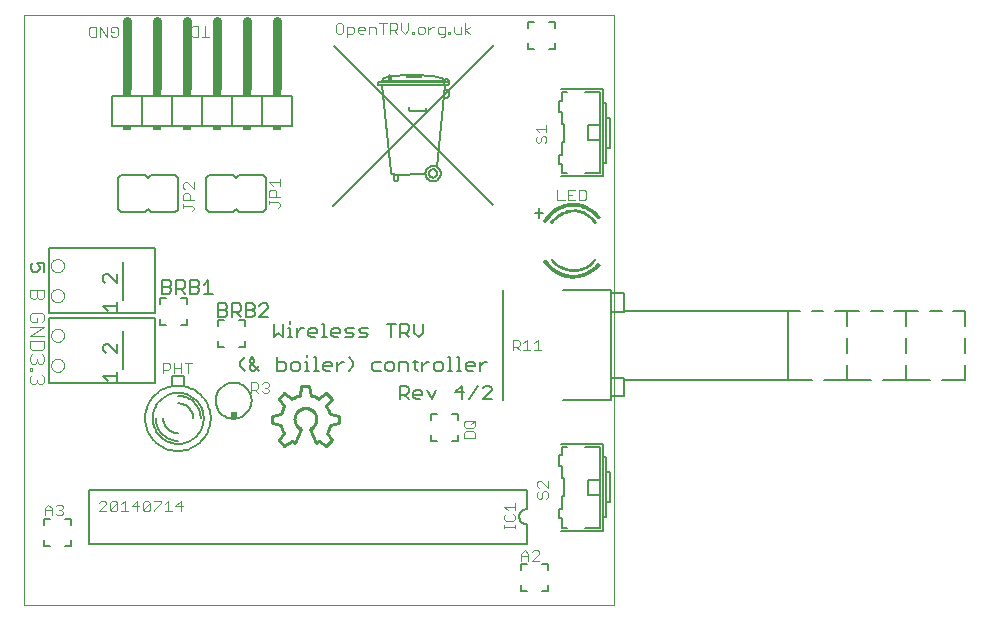
<source format=gto>
G75*
%MOIN*%
%OFA0B0*%
%FSLAX24Y24*%
%IPPOS*%
%LPD*%
%AMOC8*
5,1,8,0,0,1.08239X$1,22.5*
%
%ADD10C,0.0000*%
%ADD11C,0.0050*%
%ADD12C,0.0040*%
%ADD13C,0.0079*%
%ADD14C,0.0060*%
%ADD15C,0.0100*%
%ADD16C,0.0006*%
%ADD17C,0.0010*%
%ADD18C,0.0080*%
%ADD19C,0.0300*%
%ADD20R,0.0300X0.0200*%
%ADD21R,0.0300X0.0130*%
%ADD22R,0.0240X0.0230*%
D10*
X000350Y000350D02*
X000350Y020035D01*
X020035Y020035D01*
X020035Y000350D01*
X000350Y000350D01*
X001267Y008344D02*
X001269Y008373D01*
X001275Y008401D01*
X001284Y008429D01*
X001297Y008455D01*
X001314Y008478D01*
X001333Y008500D01*
X001355Y008519D01*
X001380Y008534D01*
X001406Y008547D01*
X001434Y008555D01*
X001462Y008560D01*
X001491Y008561D01*
X001520Y008558D01*
X001548Y008551D01*
X001575Y008541D01*
X001601Y008527D01*
X001624Y008510D01*
X001645Y008490D01*
X001663Y008467D01*
X001678Y008442D01*
X001689Y008415D01*
X001697Y008387D01*
X001701Y008358D01*
X001701Y008330D01*
X001697Y008301D01*
X001689Y008273D01*
X001678Y008246D01*
X001663Y008221D01*
X001645Y008198D01*
X001624Y008178D01*
X001601Y008161D01*
X001575Y008147D01*
X001548Y008137D01*
X001520Y008130D01*
X001491Y008127D01*
X001462Y008128D01*
X001434Y008133D01*
X001406Y008141D01*
X001380Y008154D01*
X001355Y008169D01*
X001333Y008188D01*
X001314Y008210D01*
X001297Y008233D01*
X001284Y008259D01*
X001275Y008287D01*
X001269Y008315D01*
X001267Y008344D01*
X001267Y009344D02*
X001269Y009373D01*
X001275Y009401D01*
X001284Y009429D01*
X001297Y009455D01*
X001314Y009478D01*
X001333Y009500D01*
X001355Y009519D01*
X001380Y009534D01*
X001406Y009547D01*
X001434Y009555D01*
X001462Y009560D01*
X001491Y009561D01*
X001520Y009558D01*
X001548Y009551D01*
X001575Y009541D01*
X001601Y009527D01*
X001624Y009510D01*
X001645Y009490D01*
X001663Y009467D01*
X001678Y009442D01*
X001689Y009415D01*
X001697Y009387D01*
X001701Y009358D01*
X001701Y009330D01*
X001697Y009301D01*
X001689Y009273D01*
X001678Y009246D01*
X001663Y009221D01*
X001645Y009198D01*
X001624Y009178D01*
X001601Y009161D01*
X001575Y009147D01*
X001548Y009137D01*
X001520Y009130D01*
X001491Y009127D01*
X001462Y009128D01*
X001434Y009133D01*
X001406Y009141D01*
X001380Y009154D01*
X001355Y009169D01*
X001333Y009188D01*
X001314Y009210D01*
X001297Y009233D01*
X001284Y009259D01*
X001275Y009287D01*
X001269Y009315D01*
X001267Y009344D01*
X001259Y010670D02*
X001261Y010699D01*
X001267Y010727D01*
X001276Y010755D01*
X001289Y010781D01*
X001306Y010804D01*
X001325Y010826D01*
X001347Y010845D01*
X001372Y010860D01*
X001398Y010873D01*
X001426Y010881D01*
X001454Y010886D01*
X001483Y010887D01*
X001512Y010884D01*
X001540Y010877D01*
X001567Y010867D01*
X001593Y010853D01*
X001616Y010836D01*
X001637Y010816D01*
X001655Y010793D01*
X001670Y010768D01*
X001681Y010741D01*
X001689Y010713D01*
X001693Y010684D01*
X001693Y010656D01*
X001689Y010627D01*
X001681Y010599D01*
X001670Y010572D01*
X001655Y010547D01*
X001637Y010524D01*
X001616Y010504D01*
X001593Y010487D01*
X001567Y010473D01*
X001540Y010463D01*
X001512Y010456D01*
X001483Y010453D01*
X001454Y010454D01*
X001426Y010459D01*
X001398Y010467D01*
X001372Y010480D01*
X001347Y010495D01*
X001325Y010514D01*
X001306Y010536D01*
X001289Y010559D01*
X001276Y010585D01*
X001267Y010613D01*
X001261Y010641D01*
X001259Y010670D01*
X001259Y011670D02*
X001261Y011699D01*
X001267Y011727D01*
X001276Y011755D01*
X001289Y011781D01*
X001306Y011804D01*
X001325Y011826D01*
X001347Y011845D01*
X001372Y011860D01*
X001398Y011873D01*
X001426Y011881D01*
X001454Y011886D01*
X001483Y011887D01*
X001512Y011884D01*
X001540Y011877D01*
X001567Y011867D01*
X001593Y011853D01*
X001616Y011836D01*
X001637Y011816D01*
X001655Y011793D01*
X001670Y011768D01*
X001681Y011741D01*
X001689Y011713D01*
X001693Y011684D01*
X001693Y011656D01*
X001689Y011627D01*
X001681Y011599D01*
X001670Y011572D01*
X001655Y011547D01*
X001637Y011524D01*
X001616Y011504D01*
X001593Y011487D01*
X001567Y011473D01*
X001540Y011463D01*
X001512Y011456D01*
X001483Y011453D01*
X001454Y011454D01*
X001426Y011459D01*
X001398Y011467D01*
X001372Y011480D01*
X001347Y011495D01*
X001325Y011514D01*
X001306Y011536D01*
X001289Y011559D01*
X001276Y011585D01*
X001267Y011613D01*
X001261Y011641D01*
X001259Y011670D01*
D11*
X001034Y011773D02*
X001034Y011473D01*
X000884Y011548D02*
X000809Y011473D01*
X000659Y011473D01*
X000584Y011548D01*
X000584Y011698D01*
X000659Y011773D01*
X000809Y011773D02*
X000884Y011623D01*
X000884Y011548D01*
X000809Y011773D02*
X001034Y011773D01*
X003001Y011321D02*
X003001Y011170D01*
X003076Y011095D01*
X003001Y011321D02*
X003076Y011396D01*
X003151Y011396D01*
X003451Y011095D01*
X003451Y011396D01*
X003451Y010461D02*
X003451Y010161D01*
X003451Y010311D02*
X003001Y010311D01*
X003151Y010161D01*
X003159Y009069D02*
X003084Y009069D01*
X003009Y008994D01*
X003009Y008844D01*
X003084Y008769D01*
X003159Y009069D02*
X003459Y008769D01*
X003459Y009069D01*
X003459Y008135D02*
X003459Y007835D01*
X003459Y007985D02*
X003009Y007985D01*
X003159Y007835D01*
X006833Y009965D02*
X007058Y009965D01*
X007133Y010040D01*
X007133Y010115D01*
X007058Y010190D01*
X006833Y010190D01*
X007058Y010190D02*
X007133Y010265D01*
X007133Y010340D01*
X007058Y010415D01*
X006833Y010415D01*
X006833Y009965D01*
X007293Y009965D02*
X007293Y010415D01*
X007518Y010415D01*
X007593Y010340D01*
X007593Y010190D01*
X007518Y010115D01*
X007293Y010115D01*
X007443Y010115D02*
X007593Y009965D01*
X007754Y009965D02*
X007979Y009965D01*
X008054Y010040D01*
X008054Y010115D01*
X007979Y010190D01*
X007754Y010190D01*
X007979Y010190D02*
X008054Y010265D01*
X008054Y010340D01*
X007979Y010415D01*
X007754Y010415D01*
X007754Y009965D01*
X008214Y009965D02*
X008514Y010265D01*
X008514Y010340D01*
X008439Y010415D01*
X008289Y010415D01*
X008214Y010340D01*
X008214Y009965D02*
X008514Y009965D01*
X008689Y009739D02*
X008689Y009289D01*
X008839Y009439D01*
X008989Y009289D01*
X008989Y009739D01*
X009149Y009589D02*
X009224Y009589D01*
X009224Y009289D01*
X009149Y009289D02*
X009299Y009289D01*
X009456Y009289D02*
X009456Y009589D01*
X009456Y009439D02*
X009606Y009589D01*
X009681Y009589D01*
X009840Y009514D02*
X009915Y009589D01*
X010065Y009589D01*
X010140Y009514D01*
X010140Y009439D01*
X009840Y009439D01*
X009840Y009364D02*
X009840Y009514D01*
X009840Y009364D02*
X009915Y009289D01*
X010065Y009289D01*
X010300Y009289D02*
X010450Y009289D01*
X010375Y009289D02*
X010375Y009739D01*
X010300Y009739D01*
X010607Y009514D02*
X010682Y009589D01*
X010832Y009589D01*
X010907Y009514D01*
X010907Y009439D01*
X010607Y009439D01*
X010607Y009364D02*
X010607Y009514D01*
X010607Y009364D02*
X010682Y009289D01*
X010832Y009289D01*
X011067Y009289D02*
X011293Y009289D01*
X011368Y009364D01*
X011293Y009439D01*
X011143Y009439D01*
X011067Y009514D01*
X011143Y009589D01*
X011368Y009589D01*
X011528Y009514D02*
X011603Y009589D01*
X011828Y009589D01*
X011753Y009439D02*
X011603Y009439D01*
X011528Y009514D01*
X011528Y009289D02*
X011753Y009289D01*
X011828Y009364D01*
X011753Y009439D01*
X012449Y009739D02*
X012749Y009739D01*
X012599Y009739D02*
X012599Y009289D01*
X012909Y009289D02*
X012909Y009739D01*
X013134Y009739D01*
X013209Y009664D01*
X013209Y009514D01*
X013134Y009439D01*
X012909Y009439D01*
X013059Y009439D02*
X013209Y009289D01*
X013369Y009439D02*
X013520Y009289D01*
X013670Y009439D01*
X013670Y009739D01*
X013369Y009739D02*
X013369Y009439D01*
X014484Y008610D02*
X014559Y008610D01*
X014559Y008159D01*
X014484Y008159D02*
X014634Y008159D01*
X014790Y008159D02*
X014941Y008159D01*
X014866Y008159D02*
X014866Y008610D01*
X014790Y008610D01*
X015097Y008385D02*
X015172Y008460D01*
X015323Y008460D01*
X015398Y008385D01*
X015398Y008310D01*
X015097Y008310D01*
X015097Y008385D02*
X015097Y008234D01*
X015172Y008159D01*
X015323Y008159D01*
X015558Y008159D02*
X015558Y008460D01*
X015708Y008460D02*
X015783Y008460D01*
X015708Y008460D02*
X015558Y008310D01*
X015488Y007669D02*
X015188Y007218D01*
X014953Y007218D02*
X014953Y007669D01*
X014728Y007443D01*
X015028Y007443D01*
X015649Y007594D02*
X015724Y007669D01*
X015874Y007669D01*
X015949Y007594D01*
X015949Y007518D01*
X015649Y007218D01*
X015949Y007218D01*
X014107Y007518D02*
X013957Y007218D01*
X013807Y007518D01*
X013647Y007443D02*
X013647Y007368D01*
X013347Y007368D01*
X013347Y007293D02*
X013347Y007443D01*
X013422Y007518D01*
X013572Y007518D01*
X013647Y007443D01*
X013572Y007218D02*
X013422Y007218D01*
X013347Y007293D01*
X013186Y007218D02*
X013036Y007368D01*
X013111Y007368D02*
X012886Y007368D01*
X012886Y007218D02*
X012886Y007669D01*
X013111Y007669D01*
X013186Y007594D01*
X013186Y007443D01*
X013111Y007368D01*
X013172Y008159D02*
X013172Y008385D01*
X013097Y008460D01*
X012872Y008460D01*
X012872Y008159D01*
X012712Y008234D02*
X012712Y008385D01*
X012637Y008460D01*
X012487Y008460D01*
X012412Y008385D01*
X012412Y008234D01*
X012487Y008159D01*
X012637Y008159D01*
X012712Y008234D01*
X012252Y008159D02*
X012026Y008159D01*
X011951Y008234D01*
X011951Y008385D01*
X012026Y008460D01*
X012252Y008460D01*
X011334Y008460D02*
X011334Y008310D01*
X011184Y008159D01*
X011334Y008460D02*
X011184Y008610D01*
X011026Y008460D02*
X010951Y008460D01*
X010800Y008310D01*
X010800Y008460D02*
X010800Y008159D01*
X010640Y008310D02*
X010340Y008310D01*
X010340Y008385D02*
X010340Y008234D01*
X010415Y008159D01*
X010565Y008159D01*
X010640Y008310D02*
X010640Y008385D01*
X010565Y008460D01*
X010415Y008460D01*
X010340Y008385D01*
X010183Y008159D02*
X010033Y008159D01*
X010108Y008159D02*
X010108Y008610D01*
X010033Y008610D01*
X009801Y008610D02*
X009801Y008685D01*
X009801Y008460D02*
X009726Y008460D01*
X009801Y008460D02*
X009801Y008159D01*
X009726Y008159D02*
X009876Y008159D01*
X009566Y008234D02*
X009566Y008385D01*
X009491Y008460D01*
X009341Y008460D01*
X009266Y008385D01*
X009266Y008234D01*
X009341Y008159D01*
X009491Y008159D01*
X009566Y008234D01*
X009106Y008234D02*
X009106Y008385D01*
X009031Y008460D01*
X008805Y008460D01*
X008805Y008610D02*
X008805Y008159D01*
X009031Y008159D01*
X009106Y008234D01*
X008185Y008159D02*
X007885Y008460D01*
X007885Y008535D01*
X007960Y008610D01*
X008035Y008535D01*
X008035Y008460D01*
X007885Y008310D01*
X007885Y008234D01*
X007960Y008159D01*
X008035Y008159D01*
X008185Y008310D01*
X007728Y008159D02*
X007578Y008310D01*
X007578Y008460D01*
X007728Y008610D01*
X009224Y009739D02*
X009224Y009814D01*
X006655Y010735D02*
X006355Y010735D01*
X006505Y010735D02*
X006505Y011185D01*
X006355Y011035D01*
X006195Y011035D02*
X006119Y010960D01*
X005894Y010960D01*
X005734Y010960D02*
X005659Y010885D01*
X005434Y010885D01*
X005584Y010885D02*
X005734Y010735D01*
X005894Y010735D02*
X006119Y010735D01*
X006195Y010810D01*
X006195Y010885D01*
X006119Y010960D01*
X006195Y011035D02*
X006195Y011110D01*
X006119Y011185D01*
X005894Y011185D01*
X005894Y010735D01*
X005734Y010960D02*
X005734Y011110D01*
X005659Y011185D01*
X005434Y011185D01*
X005434Y010735D01*
X005274Y010810D02*
X005199Y010735D01*
X004974Y010735D01*
X004974Y011185D01*
X005199Y011185D01*
X005274Y011110D01*
X005274Y011035D01*
X005199Y010960D01*
X004974Y010960D01*
X005199Y010960D02*
X005274Y010885D01*
X005274Y010810D01*
X013333Y008460D02*
X013483Y008460D01*
X013408Y008535D02*
X013408Y008234D01*
X013483Y008159D01*
X013639Y008159D02*
X013639Y008460D01*
X013639Y008310D02*
X013790Y008460D01*
X013865Y008460D01*
X014023Y008385D02*
X014023Y008234D01*
X014098Y008159D01*
X014248Y008159D01*
X014323Y008234D01*
X014323Y008385D01*
X014248Y008460D01*
X014098Y008460D01*
X014023Y008385D01*
X017527Y013272D02*
X017527Y013582D01*
X017387Y013432D02*
X017677Y013432D01*
D12*
X018145Y013846D02*
X018381Y013846D01*
X018507Y013846D02*
X018743Y013846D01*
X018870Y013846D02*
X019047Y013846D01*
X019106Y013905D01*
X019106Y014141D01*
X019047Y014200D01*
X018870Y014200D01*
X018870Y013846D01*
X018625Y014023D02*
X018507Y014023D01*
X018507Y014200D02*
X018507Y013846D01*
X018145Y013846D02*
X018145Y014200D01*
X018507Y014200D02*
X018743Y014200D01*
X017721Y015759D02*
X017780Y015818D01*
X017780Y015936D01*
X017721Y015995D01*
X017662Y015995D01*
X017603Y015936D01*
X017603Y015818D01*
X017544Y015759D01*
X017485Y015759D01*
X017426Y015818D01*
X017426Y015936D01*
X017485Y015995D01*
X017544Y016121D02*
X017426Y016239D01*
X017780Y016239D01*
X017780Y016121D02*
X017780Y016357D01*
X014384Y019339D02*
X014384Y019634D01*
X014207Y019634D01*
X014148Y019575D01*
X014148Y019457D01*
X014207Y019398D01*
X014384Y019398D01*
X014384Y019339D02*
X014325Y019280D01*
X014266Y019280D01*
X014510Y019398D02*
X014569Y019398D01*
X014569Y019457D01*
X014510Y019457D01*
X014510Y019398D01*
X014691Y019457D02*
X014691Y019634D01*
X014691Y019457D02*
X014750Y019398D01*
X014927Y019398D01*
X014927Y019634D01*
X015054Y019752D02*
X015054Y019398D01*
X015054Y019516D02*
X015231Y019634D01*
X015054Y019516D02*
X015231Y019398D01*
X014023Y019634D02*
X013964Y019634D01*
X013846Y019516D01*
X013846Y019398D02*
X013846Y019634D01*
X013719Y019575D02*
X013660Y019634D01*
X013542Y019634D01*
X013483Y019575D01*
X013483Y019457D01*
X013542Y019398D01*
X013660Y019398D01*
X013719Y019457D01*
X013719Y019575D01*
X013361Y019457D02*
X013361Y019398D01*
X013302Y019398D01*
X013302Y019457D01*
X013361Y019457D01*
X013175Y019516D02*
X013175Y019752D01*
X012939Y019752D02*
X012939Y019516D01*
X013057Y019398D01*
X013175Y019516D01*
X012813Y019575D02*
X012754Y019516D01*
X012577Y019516D01*
X012695Y019516D02*
X012813Y019398D01*
X012813Y019575D02*
X012813Y019693D01*
X012754Y019752D01*
X012577Y019752D01*
X012577Y019398D01*
X012332Y019398D02*
X012332Y019752D01*
X012214Y019752D02*
X012450Y019752D01*
X012088Y019575D02*
X012088Y019398D01*
X012088Y019575D02*
X012029Y019634D01*
X011852Y019634D01*
X011852Y019398D01*
X011725Y019516D02*
X011489Y019516D01*
X011489Y019457D02*
X011489Y019575D01*
X011548Y019634D01*
X011666Y019634D01*
X011725Y019575D01*
X011725Y019516D01*
X011666Y019398D02*
X011548Y019398D01*
X011489Y019457D01*
X011363Y019457D02*
X011304Y019398D01*
X011127Y019398D01*
X011127Y019280D02*
X011127Y019634D01*
X011304Y019634D01*
X011363Y019575D01*
X011363Y019457D01*
X011000Y019457D02*
X011000Y019693D01*
X010941Y019752D01*
X010823Y019752D01*
X010764Y019693D01*
X010764Y019457D01*
X010823Y019398D01*
X010941Y019398D01*
X011000Y019457D01*
X006895Y019482D02*
X006777Y019482D01*
X006895Y019305D02*
X006659Y019305D01*
X006532Y019305D02*
X006296Y019305D01*
X006414Y019305D02*
X006414Y019659D01*
X006170Y019659D02*
X005993Y019659D01*
X005934Y019600D01*
X005934Y019364D01*
X005993Y019305D01*
X006170Y019305D01*
X006170Y019659D01*
X005807Y019659D02*
X005689Y019659D01*
X005748Y019659D02*
X005748Y019305D01*
X005807Y019305D02*
X005689Y019305D01*
X006895Y019305D02*
X006895Y019659D01*
X003490Y019578D02*
X003490Y019342D01*
X003431Y019283D01*
X003313Y019283D01*
X003254Y019342D01*
X003254Y019460D02*
X003372Y019460D01*
X003254Y019460D02*
X003254Y019578D01*
X003313Y019637D01*
X003431Y019637D01*
X003490Y019578D01*
X003127Y019637D02*
X003127Y019283D01*
X002891Y019637D01*
X002891Y019283D01*
X002765Y019283D02*
X002588Y019283D01*
X002529Y019342D01*
X002529Y019578D01*
X002588Y019637D01*
X002765Y019637D01*
X002765Y019283D01*
X008898Y014564D02*
X008898Y014328D01*
X008898Y014446D02*
X008544Y014446D01*
X008662Y014328D01*
X008603Y014202D02*
X008721Y014202D01*
X008780Y014143D01*
X008780Y013966D01*
X008898Y013966D02*
X008544Y013966D01*
X008544Y014143D01*
X008603Y014202D01*
X008544Y013839D02*
X008544Y013721D01*
X008544Y013780D02*
X008839Y013780D01*
X008898Y013721D01*
X008898Y013662D01*
X008839Y013603D01*
X006024Y013602D02*
X005965Y013661D01*
X005670Y013661D01*
X005670Y013602D02*
X005670Y013720D01*
X005670Y013847D02*
X005670Y014024D01*
X005729Y014083D01*
X005847Y014083D01*
X005906Y014024D01*
X005906Y013847D01*
X006024Y013847D02*
X005670Y013847D01*
X006024Y013602D02*
X006024Y013543D01*
X005965Y013484D01*
X006024Y014209D02*
X005788Y014445D01*
X005729Y014445D01*
X005670Y014386D01*
X005670Y014268D01*
X005729Y014209D01*
X006024Y014209D02*
X006024Y014445D01*
X001033Y010853D02*
X000572Y010853D01*
X000572Y010623D01*
X000649Y010546D01*
X000726Y010546D01*
X000803Y010623D01*
X000803Y010853D01*
X001033Y010853D02*
X001033Y010623D01*
X000956Y010546D01*
X000879Y010546D01*
X000803Y010623D01*
X000952Y010090D02*
X000645Y010090D01*
X000568Y010013D01*
X000568Y009860D01*
X000645Y009783D01*
X000798Y009783D01*
X000798Y009937D01*
X000952Y010090D02*
X001029Y010013D01*
X001029Y009860D01*
X000952Y009783D01*
X001029Y009630D02*
X000568Y009323D01*
X001029Y009323D01*
X001029Y009169D02*
X000568Y009169D01*
X000568Y008939D01*
X000645Y008862D01*
X000952Y008862D01*
X001029Y008939D01*
X001029Y009169D01*
X000948Y008711D02*
X001025Y008634D01*
X001025Y008480D01*
X000948Y008404D01*
X000872Y008404D01*
X000795Y008480D01*
X000718Y008404D01*
X000641Y008404D01*
X000565Y008480D01*
X000565Y008634D01*
X000641Y008711D01*
X000795Y008557D02*
X000795Y008480D01*
X000641Y008250D02*
X000641Y008173D01*
X000565Y008173D01*
X000565Y008250D01*
X000641Y008250D01*
X000641Y008020D02*
X000565Y007943D01*
X000565Y007790D01*
X000641Y007713D01*
X000718Y007713D01*
X000795Y007790D01*
X000795Y007867D01*
X000795Y007790D02*
X000872Y007713D01*
X000948Y007713D01*
X001025Y007790D01*
X001025Y007943D01*
X000948Y008020D01*
X001029Y009630D02*
X000568Y009630D01*
X004996Y008437D02*
X004996Y008083D01*
X004996Y008201D02*
X005173Y008201D01*
X005232Y008260D01*
X005232Y008378D01*
X005173Y008437D01*
X004996Y008437D01*
X005359Y008437D02*
X005359Y008083D01*
X005359Y008260D02*
X005595Y008260D01*
X005595Y008437D02*
X005595Y008083D01*
X005839Y008083D02*
X005839Y008437D01*
X005721Y008437D02*
X005957Y008437D01*
X007932Y007776D02*
X007932Y007422D01*
X007932Y007540D02*
X008109Y007540D01*
X008168Y007599D01*
X008168Y007717D01*
X008109Y007776D01*
X007932Y007776D01*
X008294Y007717D02*
X008353Y007776D01*
X008471Y007776D01*
X008530Y007717D01*
X008530Y007658D01*
X008471Y007599D01*
X008530Y007540D01*
X008530Y007481D01*
X008471Y007422D01*
X008353Y007422D01*
X008294Y007481D01*
X008168Y007422D02*
X008050Y007540D01*
X008412Y007599D02*
X008471Y007599D01*
X015039Y006448D02*
X015098Y006507D01*
X015334Y006507D01*
X015393Y006448D01*
X015393Y006330D01*
X015334Y006271D01*
X015098Y006271D01*
X015039Y006330D01*
X015039Y006448D01*
X015275Y006389D02*
X015393Y006507D01*
X015334Y006145D02*
X015098Y006145D01*
X015039Y006086D01*
X015039Y005909D01*
X015393Y005909D01*
X015393Y006086D01*
X015334Y006145D01*
X017463Y004445D02*
X017522Y004504D01*
X017581Y004504D01*
X017817Y004268D01*
X017817Y004504D01*
X017463Y004445D02*
X017463Y004327D01*
X017522Y004268D01*
X017522Y004141D02*
X017463Y004082D01*
X017463Y003964D01*
X017522Y003905D01*
X017581Y003905D01*
X017640Y003964D01*
X017640Y004082D01*
X017699Y004141D01*
X017758Y004141D01*
X017817Y004082D01*
X017817Y003964D01*
X017758Y003905D01*
X016729Y003752D02*
X016729Y003516D01*
X016729Y003634D02*
X016375Y003634D01*
X016493Y003516D01*
X016434Y003389D02*
X016375Y003330D01*
X016375Y003212D01*
X016434Y003153D01*
X016670Y003153D01*
X016729Y003212D01*
X016729Y003330D01*
X016670Y003389D01*
X016729Y003030D02*
X016729Y002912D01*
X016729Y002971D02*
X016375Y002971D01*
X016375Y002912D02*
X016375Y003030D01*
X017059Y002182D02*
X016941Y002064D01*
X016941Y001828D01*
X016941Y002005D02*
X017177Y002005D01*
X017177Y002064D02*
X017177Y001828D01*
X017304Y001828D02*
X017540Y002064D01*
X017540Y002123D01*
X017481Y002182D01*
X017363Y002182D01*
X017304Y002123D01*
X017177Y002064D02*
X017059Y002182D01*
X017304Y001828D02*
X017540Y001828D01*
X005649Y003655D02*
X005413Y003655D01*
X005590Y003832D01*
X005590Y003478D01*
X005287Y003478D02*
X005051Y003478D01*
X005169Y003478D02*
X005169Y003832D01*
X005051Y003714D01*
X004924Y003773D02*
X004688Y003537D01*
X004688Y003478D01*
X004562Y003537D02*
X004503Y003478D01*
X004385Y003478D01*
X004326Y003537D01*
X004562Y003773D01*
X004562Y003537D01*
X004562Y003773D02*
X004503Y003832D01*
X004385Y003832D01*
X004326Y003773D01*
X004326Y003537D01*
X004199Y003655D02*
X003963Y003655D01*
X004140Y003832D01*
X004140Y003478D01*
X003837Y003478D02*
X003601Y003478D01*
X003719Y003478D02*
X003719Y003832D01*
X003601Y003714D01*
X003474Y003773D02*
X003238Y003537D01*
X003297Y003478D01*
X003415Y003478D01*
X003474Y003537D01*
X003474Y003773D01*
X003415Y003832D01*
X003297Y003832D01*
X003238Y003773D01*
X003238Y003537D01*
X003112Y003478D02*
X002876Y003478D01*
X003112Y003714D01*
X003112Y003773D01*
X003053Y003832D01*
X002935Y003832D01*
X002876Y003773D01*
X001655Y003642D02*
X001655Y003583D01*
X001596Y003524D01*
X001655Y003465D01*
X001655Y003406D01*
X001596Y003347D01*
X001478Y003347D01*
X001419Y003406D01*
X001292Y003347D02*
X001292Y003583D01*
X001174Y003701D01*
X001056Y003583D01*
X001056Y003347D01*
X001056Y003524D02*
X001292Y003524D01*
X001419Y003642D02*
X001478Y003701D01*
X001596Y003701D01*
X001655Y003642D01*
X001596Y003524D02*
X001537Y003524D01*
X004688Y003832D02*
X004924Y003832D01*
X004924Y003773D01*
X016648Y008844D02*
X016648Y009198D01*
X016825Y009198D01*
X016884Y009139D01*
X016884Y009021D01*
X016825Y008962D01*
X016648Y008962D01*
X016766Y008962D02*
X016884Y008844D01*
X017010Y008844D02*
X017246Y008844D01*
X017128Y008844D02*
X017128Y009198D01*
X017010Y009080D01*
X017373Y009080D02*
X017491Y009198D01*
X017491Y008844D01*
X017373Y008844D02*
X017609Y008844D01*
D13*
X016013Y013689D02*
X010698Y019004D01*
X012529Y018001D02*
X012532Y018009D01*
X012537Y018017D01*
X012545Y018021D01*
X012554Y018023D01*
X012563Y018021D01*
X012571Y018017D01*
X012576Y018009D01*
X012579Y018001D01*
X012529Y017941D02*
X012539Y017843D01*
X012362Y017922D02*
X012347Y017913D01*
X012335Y017902D01*
X012324Y017889D01*
X012317Y017874D01*
X012312Y017857D01*
X012311Y017840D01*
X012313Y017824D01*
X012322Y017823D02*
X014360Y017823D01*
X014389Y017823D02*
X014391Y017836D01*
X014390Y017849D01*
X014386Y017862D01*
X014379Y017873D01*
X014369Y017882D01*
X014341Y017794D02*
X014343Y017813D01*
X014348Y017832D01*
X014358Y017848D01*
X014370Y017863D01*
X014385Y017875D01*
X014401Y017885D01*
X014420Y017890D01*
X014439Y017892D01*
X014458Y017890D01*
X014477Y017885D01*
X014493Y017875D01*
X014508Y017863D01*
X014520Y017848D01*
X014530Y017832D01*
X014535Y017813D01*
X014537Y017794D01*
X014535Y017775D01*
X014530Y017756D01*
X014520Y017740D01*
X014508Y017725D01*
X014493Y017713D01*
X014477Y017703D01*
X014458Y017698D01*
X014439Y017696D01*
X014420Y017698D01*
X014401Y017703D01*
X014385Y017713D01*
X014370Y017725D01*
X014358Y017740D01*
X014348Y017756D01*
X014343Y017775D01*
X014341Y017794D01*
X014458Y017695D02*
X014475Y017697D01*
X014492Y017702D01*
X014507Y017710D01*
X014521Y017721D01*
X014532Y017735D01*
X014540Y017750D01*
X014545Y017767D01*
X014547Y017784D01*
X014547Y017794D01*
X012204Y017794D01*
X012194Y017794D01*
X012185Y017794D01*
X012194Y017794D02*
X012204Y017794D01*
X012185Y017794D02*
X012176Y017793D01*
X012167Y017788D01*
X012161Y017782D01*
X012156Y017773D01*
X012155Y017764D01*
X012155Y017745D01*
X012155Y017715D01*
X012157Y017707D01*
X012161Y017701D01*
X012167Y017697D01*
X012175Y017695D01*
X012332Y017695D01*
X013179Y017695D01*
X013986Y017695D01*
X014458Y017695D01*
X014399Y017685D02*
X014124Y014969D01*
X013858Y014743D02*
X013860Y014766D01*
X013866Y014789D01*
X013876Y014810D01*
X013889Y014830D01*
X013905Y014847D01*
X013924Y014861D01*
X013945Y014871D01*
X013967Y014878D01*
X013990Y014881D01*
X014014Y014880D01*
X014036Y014875D01*
X014058Y014866D01*
X014078Y014854D01*
X014096Y014838D01*
X014110Y014820D01*
X014122Y014800D01*
X014130Y014778D01*
X014134Y014755D01*
X014134Y014731D01*
X014130Y014708D01*
X014122Y014686D01*
X014110Y014666D01*
X014096Y014648D01*
X014078Y014632D01*
X014058Y014620D01*
X014036Y014611D01*
X014014Y014606D01*
X013990Y014605D01*
X013967Y014608D01*
X013945Y014615D01*
X013924Y014625D01*
X013905Y014639D01*
X013889Y014656D01*
X013876Y014676D01*
X013866Y014697D01*
X013860Y014720D01*
X013858Y014743D01*
X013730Y014713D02*
X012736Y014703D01*
X012706Y014684D02*
X012706Y014556D01*
X012707Y014543D01*
X012712Y014530D01*
X012719Y014519D01*
X012728Y014510D01*
X012739Y014503D01*
X012752Y014498D01*
X012765Y014497D01*
X012785Y014497D01*
X012798Y014499D01*
X012810Y014504D01*
X012820Y014511D01*
X012827Y014522D01*
X012832Y014533D01*
X012834Y014546D01*
X012834Y014684D01*
X012676Y014712D02*
X012659Y014716D01*
X012644Y014722D01*
X012629Y014732D01*
X012617Y014744D01*
X012607Y014759D01*
X012601Y014774D01*
X012597Y014791D01*
X012598Y014792D02*
X012313Y017685D01*
X012362Y017921D02*
X012400Y017937D01*
X012440Y017950D01*
X012480Y017961D01*
X012528Y017941D02*
X012527Y017971D01*
X012528Y018001D01*
X013090Y018010D02*
X013139Y018010D01*
X013139Y018040D02*
X013139Y017961D01*
X013592Y017961D01*
X013592Y018040D01*
X013139Y018040D01*
X013602Y018010D02*
X013789Y018000D01*
X014311Y017912D02*
X014331Y017904D01*
X014351Y017894D01*
X014370Y017882D01*
X014399Y017519D02*
X014412Y017517D01*
X014426Y017517D01*
X014439Y017519D01*
X014438Y017518D02*
X014456Y017520D01*
X014473Y017518D01*
X014490Y017513D01*
X014506Y017505D01*
X014520Y017494D01*
X014531Y017480D01*
X014539Y017464D01*
X014544Y017448D01*
X014546Y017430D01*
X014547Y017430D02*
X014547Y017371D01*
X014546Y017371D02*
X014545Y017354D01*
X014540Y017337D01*
X014533Y017322D01*
X014523Y017308D01*
X014511Y017296D01*
X014497Y017286D01*
X014482Y017279D01*
X014465Y017274D01*
X014448Y017273D01*
X014448Y017272D02*
X014380Y017272D01*
X013750Y016937D02*
X013750Y016869D01*
X013749Y016869D02*
X013748Y016859D01*
X013744Y016850D01*
X013738Y016841D01*
X013730Y016835D01*
X013720Y016831D01*
X013710Y016830D01*
X013710Y016829D02*
X013248Y016829D01*
X013235Y016830D01*
X013222Y016835D01*
X013211Y016842D01*
X013202Y016851D01*
X013195Y016862D01*
X013190Y016875D01*
X013189Y016888D01*
X013189Y016918D01*
X013189Y016947D01*
X012598Y017981D02*
X012539Y017972D01*
X012480Y017961D01*
X012578Y018001D02*
X012582Y017952D01*
X012582Y017902D01*
X012578Y017853D01*
X014114Y017961D02*
X014180Y017947D01*
X014246Y017931D01*
X014311Y017912D01*
X016033Y019024D02*
X010679Y013670D01*
X012677Y014714D02*
X012707Y014710D01*
X012736Y014704D01*
X012598Y017980D02*
X012721Y017993D01*
X012843Y018003D01*
X012967Y018008D01*
X013090Y018010D01*
X013789Y018001D02*
X013871Y017995D01*
X013953Y017987D01*
X014034Y017975D01*
X014114Y017961D01*
X013740Y014743D02*
X013742Y014774D01*
X013748Y014805D01*
X013757Y014835D01*
X013770Y014864D01*
X013787Y014891D01*
X013807Y014915D01*
X013829Y014937D01*
X013855Y014956D01*
X013882Y014972D01*
X013911Y014984D01*
X013941Y014993D01*
X013972Y014998D01*
X014004Y014999D01*
X014035Y014996D01*
X014066Y014989D01*
X014096Y014979D01*
X014124Y014965D01*
X014150Y014947D01*
X014174Y014927D01*
X014195Y014903D01*
X014214Y014878D01*
X014229Y014850D01*
X014240Y014821D01*
X014248Y014790D01*
X014252Y014759D01*
X014252Y014727D01*
X014248Y014696D01*
X014240Y014665D01*
X014229Y014636D01*
X014214Y014608D01*
X014195Y014583D01*
X014174Y014559D01*
X014150Y014539D01*
X014124Y014521D01*
X014096Y014507D01*
X014066Y014497D01*
X014035Y014490D01*
X014004Y014487D01*
X013972Y014488D01*
X013941Y014493D01*
X013911Y014502D01*
X013882Y014514D01*
X013855Y014530D01*
X013829Y014549D01*
X013807Y014571D01*
X013787Y014595D01*
X013770Y014622D01*
X013757Y014651D01*
X013748Y014681D01*
X013742Y014712D01*
X013740Y014743D01*
D14*
X018189Y015056D02*
X018189Y015356D01*
X018289Y015356D01*
X018289Y015806D01*
X018366Y015807D01*
X018366Y016407D01*
X018289Y016406D01*
X018289Y016806D01*
X018189Y016806D01*
X018189Y017156D01*
X018289Y017156D01*
X018292Y017446D01*
X018463Y017448D01*
X018263Y017548D02*
X019663Y017548D01*
X019663Y017098D01*
X019663Y014648D01*
X018263Y014648D01*
X018287Y014746D02*
X018463Y014748D01*
X018287Y014746D02*
X018289Y015056D01*
X018189Y015056D01*
X019063Y014748D02*
X019563Y014748D01*
X019563Y015848D01*
X019563Y016348D01*
X019563Y017448D01*
X019063Y017448D01*
X019663Y017098D02*
X019763Y017098D01*
X019763Y016598D01*
X019913Y016598D01*
X019913Y015598D01*
X019763Y015598D01*
X019763Y016598D01*
X019563Y016348D02*
X019163Y016348D01*
X019163Y015848D01*
X019563Y015848D01*
X019763Y015598D02*
X019763Y015098D01*
X019663Y015098D01*
X018050Y018900D02*
X017850Y018900D01*
X018050Y018900D02*
X018050Y019100D01*
X017350Y018900D02*
X017150Y018900D01*
X017150Y019100D01*
X017150Y019600D02*
X017150Y019800D01*
X017350Y019800D01*
X017850Y019800D02*
X018050Y019800D01*
X018050Y019600D01*
X009304Y017339D02*
X009304Y016339D01*
X008304Y016339D01*
X008304Y017339D01*
X009304Y017339D01*
X008304Y017339D02*
X007304Y017339D01*
X006304Y017339D01*
X005304Y017339D01*
X004304Y017339D01*
X003304Y017339D01*
X003304Y016339D01*
X004304Y016339D01*
X005304Y016339D01*
X006304Y016339D01*
X007304Y016339D01*
X008304Y016339D01*
X007304Y016339D02*
X007304Y017339D01*
X006304Y017339D02*
X006304Y016339D01*
X005304Y016339D02*
X005304Y017339D01*
X004304Y017339D02*
X004304Y016339D01*
X004407Y014682D02*
X003607Y014682D01*
X003507Y014579D01*
X003509Y013558D01*
X003609Y013458D01*
X004409Y013458D01*
X004509Y013558D01*
X004609Y013458D01*
X005409Y013458D01*
X005504Y013539D01*
X005507Y014579D01*
X005407Y014682D01*
X004607Y014682D01*
X004507Y014579D01*
X004407Y014682D01*
X006433Y014594D02*
X006430Y013553D01*
X006530Y013451D01*
X007330Y013451D01*
X007430Y013553D01*
X007530Y013451D01*
X008330Y013451D01*
X008430Y013553D01*
X008428Y014575D01*
X008328Y014675D01*
X007528Y014675D01*
X007428Y014575D01*
X007328Y014675D01*
X006528Y014675D01*
X006433Y014594D01*
X004726Y012261D02*
X001186Y012261D01*
X001186Y010080D01*
X004726Y010080D01*
X004726Y012261D01*
X003657Y011806D02*
X003657Y010536D01*
X004734Y009934D02*
X001194Y009934D01*
X001194Y007753D01*
X004734Y007753D01*
X004734Y009934D01*
X004900Y009893D02*
X004900Y009693D01*
X005100Y009693D01*
X005600Y009693D02*
X005800Y009693D01*
X005800Y009893D01*
X005800Y010393D02*
X005800Y010593D01*
X005600Y010593D01*
X005100Y010593D02*
X004900Y010593D01*
X004900Y010393D01*
X003666Y009480D02*
X003666Y008210D01*
X005313Y007980D02*
X005313Y007650D01*
X005683Y007660D02*
X005683Y007980D01*
X005313Y007980D01*
X006830Y008972D02*
X007030Y008972D01*
X006830Y008972D02*
X006830Y009172D01*
X007530Y008972D02*
X007730Y008972D01*
X007730Y009172D01*
X007730Y009672D02*
X007730Y009872D01*
X007530Y009872D01*
X007030Y009872D02*
X006830Y009872D01*
X006830Y009672D01*
X006751Y007170D02*
X006753Y007219D01*
X006759Y007267D01*
X006769Y007315D01*
X006783Y007362D01*
X006800Y007408D01*
X006821Y007452D01*
X006846Y007494D01*
X006874Y007534D01*
X006906Y007572D01*
X006940Y007607D01*
X006977Y007639D01*
X007016Y007668D01*
X007058Y007694D01*
X007102Y007716D01*
X007147Y007734D01*
X007194Y007749D01*
X007241Y007760D01*
X007290Y007767D01*
X007339Y007770D01*
X007388Y007769D01*
X007436Y007764D01*
X007485Y007755D01*
X007532Y007742D01*
X007578Y007725D01*
X007622Y007705D01*
X007665Y007681D01*
X007706Y007654D01*
X007744Y007623D01*
X007780Y007590D01*
X007812Y007554D01*
X007842Y007515D01*
X007869Y007474D01*
X007892Y007430D01*
X007911Y007385D01*
X007927Y007339D01*
X007939Y007292D01*
X007947Y007243D01*
X007951Y007194D01*
X007951Y007146D01*
X007947Y007097D01*
X007939Y007048D01*
X007927Y007001D01*
X007911Y006955D01*
X007892Y006910D01*
X007869Y006866D01*
X007842Y006825D01*
X007812Y006786D01*
X007780Y006750D01*
X007744Y006717D01*
X007706Y006686D01*
X007665Y006659D01*
X007622Y006635D01*
X007578Y006615D01*
X007532Y006598D01*
X007485Y006585D01*
X007436Y006576D01*
X007388Y006571D01*
X007339Y006570D01*
X007290Y006573D01*
X007241Y006580D01*
X007194Y006591D01*
X007147Y006606D01*
X007102Y006624D01*
X007058Y006646D01*
X007016Y006672D01*
X006977Y006701D01*
X006940Y006733D01*
X006906Y006768D01*
X006874Y006806D01*
X006846Y006846D01*
X006821Y006888D01*
X006800Y006932D01*
X006783Y006978D01*
X006769Y007025D01*
X006759Y007073D01*
X006753Y007121D01*
X006751Y007170D01*
X004653Y006580D02*
X004655Y006638D01*
X004661Y006696D01*
X004671Y006753D01*
X004685Y006809D01*
X004702Y006865D01*
X004723Y006919D01*
X004748Y006971D01*
X004777Y007022D01*
X004809Y007070D01*
X004844Y007116D01*
X004882Y007160D01*
X004923Y007201D01*
X004967Y007239D01*
X005013Y007274D01*
X005061Y007306D01*
X005112Y007335D01*
X005164Y007360D01*
X005218Y007381D01*
X005274Y007398D01*
X005330Y007412D01*
X005387Y007422D01*
X005445Y007428D01*
X005503Y007430D01*
X005561Y007428D01*
X005619Y007422D01*
X005676Y007412D01*
X005732Y007398D01*
X005788Y007381D01*
X005842Y007360D01*
X005894Y007335D01*
X005945Y007306D01*
X005993Y007274D01*
X006039Y007239D01*
X006083Y007201D01*
X006124Y007160D01*
X006162Y007116D01*
X006197Y007070D01*
X006229Y007022D01*
X006258Y006971D01*
X006283Y006919D01*
X006304Y006865D01*
X006321Y006809D01*
X006335Y006753D01*
X006345Y006696D01*
X006351Y006638D01*
X006353Y006580D01*
X006351Y006522D01*
X006345Y006464D01*
X006335Y006407D01*
X006321Y006351D01*
X006304Y006295D01*
X006283Y006241D01*
X006258Y006189D01*
X006229Y006138D01*
X006197Y006090D01*
X006162Y006044D01*
X006124Y006000D01*
X006083Y005959D01*
X006039Y005921D01*
X005993Y005886D01*
X005945Y005854D01*
X005894Y005825D01*
X005842Y005800D01*
X005788Y005779D01*
X005732Y005762D01*
X005676Y005748D01*
X005619Y005738D01*
X005561Y005732D01*
X005503Y005730D01*
X005445Y005732D01*
X005387Y005738D01*
X005330Y005748D01*
X005274Y005762D01*
X005218Y005779D01*
X005164Y005800D01*
X005112Y005825D01*
X005061Y005854D01*
X005013Y005886D01*
X004967Y005921D01*
X004923Y005959D01*
X004882Y006000D01*
X004844Y006044D01*
X004809Y006090D01*
X004777Y006138D01*
X004748Y006189D01*
X004723Y006241D01*
X004702Y006295D01*
X004685Y006351D01*
X004671Y006407D01*
X004661Y006464D01*
X004655Y006522D01*
X004653Y006580D01*
X004403Y006580D02*
X004405Y006646D01*
X004411Y006711D01*
X004421Y006776D01*
X004435Y006841D01*
X004452Y006904D01*
X004474Y006967D01*
X004499Y007027D01*
X004528Y007087D01*
X004560Y007144D01*
X004596Y007199D01*
X004635Y007252D01*
X004677Y007303D01*
X004722Y007351D01*
X004770Y007396D01*
X004821Y007438D01*
X004874Y007477D01*
X004929Y007513D01*
X004986Y007545D01*
X005046Y007574D01*
X005106Y007599D01*
X005169Y007621D01*
X005232Y007638D01*
X005297Y007652D01*
X005362Y007662D01*
X005427Y007668D01*
X005493Y007670D01*
X005559Y007668D01*
X005624Y007662D01*
X005689Y007652D01*
X005754Y007638D01*
X005817Y007621D01*
X005880Y007599D01*
X005940Y007574D01*
X006000Y007545D01*
X006057Y007513D01*
X006112Y007477D01*
X006165Y007438D01*
X006216Y007396D01*
X006264Y007351D01*
X006309Y007303D01*
X006351Y007252D01*
X006390Y007199D01*
X006426Y007144D01*
X006458Y007087D01*
X006487Y007027D01*
X006512Y006967D01*
X006534Y006904D01*
X006551Y006841D01*
X006565Y006776D01*
X006575Y006711D01*
X006581Y006646D01*
X006583Y006580D01*
X006581Y006514D01*
X006575Y006449D01*
X006565Y006384D01*
X006551Y006319D01*
X006534Y006256D01*
X006512Y006193D01*
X006487Y006133D01*
X006458Y006073D01*
X006426Y006016D01*
X006390Y005961D01*
X006351Y005908D01*
X006309Y005857D01*
X006264Y005809D01*
X006216Y005764D01*
X006165Y005722D01*
X006112Y005683D01*
X006057Y005647D01*
X006000Y005615D01*
X005940Y005586D01*
X005880Y005561D01*
X005817Y005539D01*
X005754Y005522D01*
X005689Y005508D01*
X005624Y005498D01*
X005559Y005492D01*
X005493Y005490D01*
X005427Y005492D01*
X005362Y005498D01*
X005297Y005508D01*
X005232Y005522D01*
X005169Y005539D01*
X005106Y005561D01*
X005046Y005586D01*
X004986Y005615D01*
X004929Y005647D01*
X004874Y005683D01*
X004821Y005722D01*
X004770Y005764D01*
X004722Y005809D01*
X004677Y005857D01*
X004635Y005908D01*
X004596Y005961D01*
X004560Y006016D01*
X004528Y006073D01*
X004499Y006133D01*
X004474Y006193D01*
X004452Y006256D01*
X004435Y006319D01*
X004421Y006384D01*
X004411Y006449D01*
X004405Y006514D01*
X004403Y006580D01*
X004753Y006580D02*
X004755Y006526D01*
X004761Y006473D01*
X004770Y006421D01*
X004783Y006369D01*
X004800Y006318D01*
X004821Y006268D01*
X004845Y006221D01*
X004872Y006175D01*
X004903Y006131D01*
X004936Y006089D01*
X004973Y006050D01*
X005012Y006013D01*
X005054Y005980D01*
X005098Y005949D01*
X005144Y005922D01*
X005191Y005898D01*
X005241Y005877D01*
X005292Y005860D01*
X005344Y005847D01*
X005396Y005838D01*
X005449Y005832D01*
X005503Y005830D01*
X005503Y006080D02*
X005459Y006082D01*
X005416Y006088D01*
X005374Y006097D01*
X005332Y006110D01*
X005292Y006127D01*
X005253Y006147D01*
X005216Y006170D01*
X005182Y006197D01*
X005149Y006226D01*
X005120Y006259D01*
X005093Y006293D01*
X005070Y006330D01*
X005050Y006369D01*
X005033Y006409D01*
X005020Y006451D01*
X005011Y006493D01*
X005005Y006536D01*
X005003Y006580D01*
X005503Y007080D02*
X005547Y007078D01*
X005590Y007072D01*
X005632Y007063D01*
X005674Y007050D01*
X005714Y007033D01*
X005753Y007013D01*
X005790Y006990D01*
X005824Y006963D01*
X005857Y006934D01*
X005886Y006901D01*
X005913Y006867D01*
X005936Y006830D01*
X005956Y006791D01*
X005973Y006751D01*
X005986Y006709D01*
X005995Y006667D01*
X006001Y006624D01*
X006003Y006580D01*
X006253Y006580D02*
X006251Y006634D01*
X006245Y006687D01*
X006236Y006739D01*
X006223Y006791D01*
X006206Y006842D01*
X006185Y006892D01*
X006161Y006939D01*
X006134Y006985D01*
X006103Y007029D01*
X006070Y007071D01*
X006033Y007110D01*
X005994Y007147D01*
X005952Y007180D01*
X005908Y007211D01*
X005862Y007238D01*
X005815Y007262D01*
X005765Y007283D01*
X005714Y007300D01*
X005662Y007313D01*
X005610Y007322D01*
X005557Y007328D01*
X005503Y007330D01*
X002517Y004205D02*
X002517Y002405D01*
X017117Y002405D01*
X017117Y003055D01*
X017087Y003057D01*
X017057Y003062D01*
X017028Y003071D01*
X017001Y003084D01*
X016975Y003099D01*
X016951Y003118D01*
X016930Y003139D01*
X016911Y003163D01*
X016896Y003189D01*
X016883Y003216D01*
X016874Y003245D01*
X016869Y003275D01*
X016867Y003305D01*
X016869Y003335D01*
X016874Y003365D01*
X016883Y003394D01*
X016896Y003421D01*
X016911Y003447D01*
X016930Y003471D01*
X016951Y003492D01*
X016975Y003511D01*
X017001Y003526D01*
X017028Y003539D01*
X017057Y003548D01*
X017087Y003553D01*
X017117Y003555D01*
X017117Y004205D01*
X002517Y004205D01*
X001936Y003227D02*
X001736Y003227D01*
X001936Y003227D02*
X001936Y003027D01*
X001936Y002527D02*
X001936Y002327D01*
X001736Y002327D01*
X001236Y002327D02*
X001036Y002327D01*
X001036Y002527D01*
X001036Y003027D02*
X001036Y003227D01*
X001236Y003227D01*
X013930Y005819D02*
X014130Y005819D01*
X013930Y005819D02*
X013930Y006019D01*
X013930Y006519D02*
X013930Y006719D01*
X014130Y006719D01*
X014630Y006719D02*
X014830Y006719D01*
X014830Y006519D01*
X014830Y006019D02*
X014830Y005819D01*
X014630Y005819D01*
X018189Y005345D02*
X018189Y004995D01*
X018289Y004995D01*
X018289Y004595D01*
X018366Y004596D01*
X018366Y003996D01*
X018289Y003995D01*
X018289Y003545D01*
X018189Y003545D01*
X018189Y003245D01*
X018289Y003245D01*
X018287Y002935D01*
X018463Y002937D01*
X018263Y002837D02*
X019663Y002837D01*
X019663Y005287D01*
X019763Y005287D01*
X019763Y004787D01*
X019913Y004787D01*
X019913Y003787D01*
X019763Y003787D01*
X019763Y004787D01*
X019563Y004537D02*
X019563Y005637D01*
X019063Y005637D01*
X018463Y005637D02*
X018292Y005635D01*
X018289Y005345D01*
X018189Y005345D01*
X018263Y005737D02*
X019663Y005737D01*
X019663Y005287D01*
X019563Y004537D02*
X019163Y004537D01*
X019163Y004037D01*
X019563Y004037D01*
X019563Y004537D01*
X019563Y004037D02*
X019563Y002937D01*
X019063Y002937D01*
X019663Y003287D02*
X019763Y003287D01*
X019763Y003787D01*
X017821Y001708D02*
X017621Y001708D01*
X017821Y001708D02*
X017821Y001508D01*
X017121Y001708D02*
X016921Y001708D01*
X016921Y001508D01*
X016921Y001008D02*
X016921Y000808D01*
X017121Y000808D01*
X017621Y000808D02*
X017821Y000808D01*
X017821Y001008D01*
D15*
X010627Y005849D02*
X010437Y005659D01*
X010197Y005829D01*
X010097Y005769D01*
X009907Y006219D01*
X010458Y006089D02*
X010481Y006130D01*
X010502Y006173D01*
X010520Y006218D01*
X010535Y006263D01*
X010548Y006309D01*
X010558Y006356D01*
X010557Y006359D02*
X010857Y006409D01*
X010857Y006669D01*
X010557Y006729D01*
X010447Y006979D02*
X010627Y007239D01*
X010437Y007419D01*
X010177Y007239D01*
X009927Y007339D02*
X009877Y007659D01*
X009607Y007659D01*
X009557Y007339D01*
X009307Y007239D02*
X009047Y007419D01*
X008857Y007239D01*
X009037Y006979D01*
X008927Y006729D02*
X008627Y006669D01*
X008627Y006409D01*
X008927Y006359D01*
X009027Y006089D02*
X008867Y005849D01*
X009047Y005659D01*
X009287Y005829D01*
X009387Y005769D01*
X009587Y006219D01*
X009031Y006092D02*
X009003Y006142D01*
X008979Y006194D01*
X008958Y006247D01*
X008941Y006302D01*
X008928Y006358D01*
X009311Y007243D02*
X009356Y007268D01*
X009403Y007291D01*
X009451Y007310D01*
X009500Y007327D01*
X009550Y007340D01*
X009587Y006229D02*
X009554Y006247D01*
X009524Y006268D01*
X009495Y006292D01*
X009469Y006319D01*
X009447Y006348D01*
X009427Y006380D01*
X009410Y006413D01*
X009397Y006448D01*
X009388Y006484D01*
X009382Y006521D01*
X009380Y006558D01*
X009382Y006595D01*
X009387Y006632D01*
X009397Y006668D01*
X009409Y006703D01*
X009426Y006737D01*
X009445Y006768D01*
X009468Y006798D01*
X009494Y006825D01*
X009522Y006849D01*
X009553Y006870D01*
X009585Y006888D01*
X009619Y006903D01*
X009655Y006914D01*
X009691Y006922D01*
X009728Y006926D01*
X009766Y006926D01*
X009803Y006922D01*
X009839Y006914D01*
X009875Y006903D01*
X009909Y006888D01*
X009941Y006870D01*
X009972Y006849D01*
X010000Y006825D01*
X010026Y006798D01*
X010049Y006768D01*
X010068Y006737D01*
X010085Y006703D01*
X010097Y006668D01*
X010107Y006632D01*
X010112Y006595D01*
X010114Y006558D01*
X010112Y006521D01*
X010106Y006484D01*
X010097Y006448D01*
X010084Y006413D01*
X010067Y006380D01*
X010047Y006348D01*
X010025Y006319D01*
X009999Y006292D01*
X009970Y006268D01*
X009940Y006247D01*
X009907Y006229D01*
X010457Y006089D02*
X010627Y005849D01*
X010556Y006730D02*
X010541Y006782D01*
X010522Y006833D01*
X010500Y006883D01*
X010475Y006931D01*
X010446Y006978D01*
X010181Y007241D02*
X010134Y007268D01*
X010085Y007291D01*
X010035Y007311D01*
X009984Y007328D01*
X009932Y007342D01*
X009038Y006975D02*
X009011Y006928D01*
X008987Y006881D01*
X008966Y006832D01*
X008948Y006781D01*
X008934Y006730D01*
D16*
X018743Y011497D02*
X018740Y011551D01*
X018740Y011550D02*
X018796Y011556D01*
X018852Y011565D01*
X018906Y011578D01*
X018960Y011595D01*
X019013Y011615D01*
X019063Y011639D01*
X019113Y011667D01*
X019160Y011697D01*
X019205Y011731D01*
X019247Y011769D01*
X019287Y011808D01*
X019323Y011851D01*
X019357Y011896D01*
X019401Y011866D01*
X019402Y011865D01*
X019368Y011821D01*
X019332Y011778D01*
X019293Y011738D01*
X019252Y011701D01*
X019208Y011666D01*
X019162Y011634D01*
X019115Y011605D01*
X019065Y011580D01*
X019014Y011557D01*
X018962Y011538D01*
X018908Y011522D01*
X018854Y011510D01*
X018799Y011502D01*
X018743Y011497D01*
X018743Y011502D01*
X018798Y011507D01*
X018853Y011515D01*
X018907Y011527D01*
X018960Y011543D01*
X019012Y011562D01*
X019063Y011584D01*
X019112Y011610D01*
X019160Y011638D01*
X019205Y011670D01*
X019249Y011704D01*
X019290Y011742D01*
X019328Y011781D01*
X019364Y011824D01*
X019397Y011868D01*
X019393Y011871D01*
X019360Y011827D01*
X019325Y011785D01*
X019286Y011745D01*
X019245Y011708D01*
X019202Y011674D01*
X019157Y011642D01*
X019110Y011614D01*
X019061Y011589D01*
X019010Y011566D01*
X018959Y011548D01*
X018906Y011532D01*
X018852Y011520D01*
X018797Y011512D01*
X018743Y011506D01*
X018742Y011511D01*
X018797Y011516D01*
X018851Y011525D01*
X018904Y011537D01*
X018957Y011552D01*
X019009Y011571D01*
X019059Y011593D01*
X019107Y011618D01*
X019154Y011647D01*
X019199Y011678D01*
X019242Y011712D01*
X019283Y011749D01*
X019321Y011788D01*
X019356Y011830D01*
X019389Y011874D01*
X019385Y011877D01*
X019353Y011833D01*
X019317Y011792D01*
X019279Y011752D01*
X019239Y011716D01*
X019196Y011682D01*
X019152Y011651D01*
X019105Y011623D01*
X019057Y011598D01*
X019007Y011576D01*
X018955Y011557D01*
X018903Y011542D01*
X018850Y011530D01*
X018796Y011521D01*
X018742Y011516D01*
X018742Y011521D01*
X018796Y011526D01*
X018849Y011535D01*
X018902Y011547D01*
X018954Y011562D01*
X019005Y011580D01*
X019054Y011602D01*
X019102Y011627D01*
X019149Y011655D01*
X019193Y011686D01*
X019236Y011720D01*
X019276Y011756D01*
X019314Y011795D01*
X019349Y011836D01*
X019381Y011880D01*
X019377Y011882D01*
X019345Y011839D01*
X019310Y011798D01*
X019272Y011760D01*
X019232Y011723D01*
X019190Y011690D01*
X019146Y011659D01*
X019100Y011631D01*
X019052Y011607D01*
X019003Y011585D01*
X018952Y011567D01*
X018901Y011552D01*
X018848Y011540D01*
X018795Y011531D01*
X018741Y011526D01*
X018741Y011531D01*
X018794Y011536D01*
X018847Y011545D01*
X018899Y011556D01*
X018951Y011571D01*
X019001Y011590D01*
X019050Y011611D01*
X019098Y011636D01*
X019143Y011663D01*
X019187Y011694D01*
X019229Y011727D01*
X019269Y011763D01*
X019306Y011802D01*
X019341Y011842D01*
X019373Y011885D01*
X019369Y011888D01*
X019337Y011845D01*
X019302Y011805D01*
X019265Y011767D01*
X019226Y011731D01*
X019184Y011698D01*
X019141Y011668D01*
X019095Y011640D01*
X019048Y011616D01*
X018999Y011594D01*
X018949Y011576D01*
X018898Y011561D01*
X018846Y011550D01*
X018794Y011541D01*
X018741Y011536D01*
X018741Y011541D01*
X018797Y011547D01*
X018853Y011556D01*
X018909Y011569D01*
X018963Y011586D01*
X019016Y011607D01*
X019068Y011631D01*
X019117Y011659D01*
X019165Y011690D01*
X019210Y011725D01*
X019253Y011762D01*
X019293Y011802D01*
X019330Y011845D01*
X019365Y011891D01*
X019360Y011894D01*
X019327Y011849D01*
X019290Y011806D01*
X019250Y011766D01*
X019207Y011728D01*
X019162Y011694D01*
X019115Y011663D01*
X019065Y011636D01*
X019014Y011611D01*
X018961Y011591D01*
X018907Y011574D01*
X018852Y011561D01*
X018797Y011552D01*
X018740Y011546D01*
X018718Y013540D02*
X018719Y013486D01*
X018718Y013487D02*
X018659Y013485D01*
X018600Y013479D01*
X018541Y013469D01*
X018483Y013456D01*
X018426Y013439D01*
X018370Y013419D01*
X018316Y013395D01*
X018263Y013368D01*
X018211Y013338D01*
X018162Y013305D01*
X018115Y013269D01*
X018070Y013230D01*
X018028Y013188D01*
X017988Y013144D01*
X017951Y013098D01*
X017908Y013129D01*
X017908Y013130D01*
X017947Y013179D01*
X017989Y013225D01*
X018033Y013269D01*
X018081Y013311D01*
X018130Y013349D01*
X018183Y013384D01*
X018237Y013416D01*
X018293Y013444D01*
X018350Y013469D01*
X018409Y013490D01*
X018470Y013508D01*
X018531Y013522D01*
X018593Y013532D01*
X018655Y013538D01*
X018718Y013541D01*
X018718Y013536D01*
X018655Y013533D01*
X018593Y013527D01*
X018532Y013517D01*
X018471Y013503D01*
X018411Y013486D01*
X018352Y013464D01*
X018295Y013440D01*
X018239Y013411D01*
X018185Y013380D01*
X018133Y013345D01*
X018084Y013307D01*
X018037Y013266D01*
X017992Y013222D01*
X017950Y013176D01*
X017912Y013127D01*
X017916Y013124D01*
X017954Y013172D01*
X017996Y013219D01*
X018040Y013262D01*
X018087Y013303D01*
X018136Y013341D01*
X018188Y013375D01*
X018241Y013407D01*
X018297Y013435D01*
X018354Y013460D01*
X018412Y013481D01*
X018472Y013498D01*
X018533Y013512D01*
X018594Y013522D01*
X018656Y013528D01*
X018718Y013531D01*
X018718Y013526D01*
X018656Y013524D01*
X018595Y013517D01*
X018534Y013507D01*
X018473Y013494D01*
X018414Y013476D01*
X018356Y013455D01*
X018299Y013431D01*
X018244Y013403D01*
X018191Y013371D01*
X018139Y013337D01*
X018090Y013299D01*
X018043Y013258D01*
X017999Y013215D01*
X017958Y013169D01*
X017920Y013121D01*
X017924Y013118D01*
X017962Y013166D01*
X018003Y013212D01*
X018047Y013255D01*
X018093Y013295D01*
X018142Y013333D01*
X018193Y013367D01*
X018246Y013398D01*
X018301Y013426D01*
X018358Y013450D01*
X018415Y013471D01*
X018475Y013489D01*
X018535Y013502D01*
X018595Y013512D01*
X018656Y013519D01*
X018718Y013521D01*
X018718Y013516D01*
X018657Y013514D01*
X018596Y013507D01*
X018535Y013497D01*
X018476Y013484D01*
X018417Y013467D01*
X018359Y013446D01*
X018303Y013421D01*
X018249Y013394D01*
X018196Y013363D01*
X018145Y013329D01*
X018097Y013291D01*
X018050Y013251D01*
X018007Y013208D01*
X017966Y013163D01*
X017928Y013115D01*
X017932Y013112D01*
X017970Y013160D01*
X018010Y013205D01*
X018054Y013248D01*
X018100Y013287D01*
X018148Y013325D01*
X018199Y013359D01*
X018251Y013389D01*
X018305Y013417D01*
X018361Y013441D01*
X018419Y013462D01*
X018477Y013479D01*
X018536Y013493D01*
X018597Y013502D01*
X018657Y013509D01*
X018718Y013511D01*
X018718Y013506D01*
X018657Y013504D01*
X018597Y013497D01*
X018537Y013488D01*
X018478Y013474D01*
X018420Y013457D01*
X018363Y013436D01*
X018308Y013412D01*
X018253Y013385D01*
X018201Y013354D01*
X018151Y013320D01*
X018103Y013284D01*
X018057Y013244D01*
X018014Y013201D01*
X017973Y013156D01*
X017936Y013109D01*
X017940Y013106D01*
X017977Y013153D01*
X018017Y013198D01*
X018060Y013240D01*
X018106Y013280D01*
X018154Y013316D01*
X018204Y013350D01*
X018256Y013381D01*
X018310Y013408D01*
X018365Y013432D01*
X018422Y013452D01*
X018480Y013469D01*
X018538Y013483D01*
X018598Y013492D01*
X018658Y013499D01*
X018718Y013501D01*
X018718Y013496D01*
X018658Y013494D01*
X018598Y013488D01*
X018539Y013478D01*
X018481Y013464D01*
X018423Y013448D01*
X018367Y013427D01*
X018312Y013403D01*
X018258Y013376D01*
X018207Y013346D01*
X018157Y013312D01*
X018109Y013276D01*
X018064Y013237D01*
X018021Y013194D01*
X017981Y013150D01*
X017944Y013103D01*
X017948Y013100D01*
X017985Y013147D01*
X018025Y013191D01*
X018067Y013233D01*
X018112Y013272D01*
X018160Y013308D01*
X018209Y013342D01*
X018261Y013372D01*
X018314Y013399D01*
X018369Y013423D01*
X018425Y013443D01*
X018482Y013460D01*
X018540Y013473D01*
X018599Y013483D01*
X018659Y013489D01*
X018718Y013491D01*
X019417Y013116D02*
X019371Y013088D01*
X019371Y013089D02*
X019340Y013136D01*
X019306Y013181D01*
X019269Y013223D01*
X019229Y013263D01*
X019187Y013301D01*
X019142Y013335D01*
X019095Y013366D01*
X019046Y013394D01*
X018995Y013418D01*
X018942Y013440D01*
X018889Y013457D01*
X018834Y013471D01*
X018778Y013481D01*
X018722Y013487D01*
X018726Y013541D01*
X018782Y013535D01*
X018837Y013525D01*
X018892Y013512D01*
X018946Y013496D01*
X018998Y013476D01*
X019049Y013453D01*
X019099Y013426D01*
X019147Y013397D01*
X019192Y013365D01*
X019236Y013330D01*
X019278Y013292D01*
X019317Y013251D01*
X019353Y013209D01*
X019387Y013164D01*
X019417Y013117D01*
X019413Y013114D01*
X019383Y013161D01*
X019349Y013206D01*
X019313Y013248D01*
X019274Y013288D01*
X019233Y013326D01*
X019189Y013361D01*
X019144Y013393D01*
X019096Y013422D01*
X019047Y013448D01*
X018996Y013471D01*
X018944Y013491D01*
X018891Y013507D01*
X018836Y013520D01*
X018781Y013530D01*
X018726Y013536D01*
X018726Y013531D01*
X018781Y013525D01*
X018835Y013516D01*
X018889Y013503D01*
X018942Y013486D01*
X018994Y013467D01*
X019045Y013444D01*
X019094Y013418D01*
X019141Y013389D01*
X019186Y013357D01*
X019230Y013322D01*
X019271Y013285D01*
X019309Y013245D01*
X019345Y013202D01*
X019378Y013158D01*
X019409Y013112D01*
X019405Y013109D01*
X019374Y013155D01*
X019341Y013199D01*
X019306Y013241D01*
X019267Y013281D01*
X019226Y013318D01*
X019183Y013353D01*
X019138Y013384D01*
X019091Y013413D01*
X019043Y013439D01*
X018992Y013462D01*
X018941Y013481D01*
X018888Y013498D01*
X018834Y013511D01*
X018780Y013520D01*
X018725Y013526D01*
X018725Y013521D01*
X018783Y013515D01*
X018841Y013504D01*
X018898Y013490D01*
X018954Y013472D01*
X019008Y013450D01*
X019061Y013424D01*
X019112Y013395D01*
X019161Y013363D01*
X019208Y013327D01*
X019252Y013288D01*
X019294Y013247D01*
X019332Y013202D01*
X019368Y013155D01*
X019400Y013106D01*
X019396Y013104D01*
X019364Y013153D01*
X019329Y013199D01*
X019290Y013243D01*
X019249Y013285D01*
X019205Y013323D01*
X019159Y013358D01*
X019110Y013391D01*
X019059Y013420D01*
X019006Y013445D01*
X018952Y013467D01*
X018897Y013485D01*
X018840Y013499D01*
X018783Y013510D01*
X018724Y013516D01*
X018724Y013511D01*
X018782Y013505D01*
X018839Y013494D01*
X018895Y013480D01*
X018951Y013462D01*
X019004Y013440D01*
X019057Y013415D01*
X019107Y013386D01*
X019156Y013354D01*
X019202Y013319D01*
X019246Y013281D01*
X019287Y013240D01*
X019325Y013196D01*
X019360Y013150D01*
X019392Y013101D01*
X019387Y013099D01*
X019356Y013147D01*
X019321Y013193D01*
X019283Y013236D01*
X019242Y013277D01*
X019199Y013315D01*
X019153Y013350D01*
X019105Y013382D01*
X019054Y013411D01*
X019002Y013436D01*
X018949Y013457D01*
X018894Y013475D01*
X018838Y013489D01*
X018781Y013500D01*
X018724Y013506D01*
X018723Y013501D01*
X018780Y013495D01*
X018837Y013485D01*
X018893Y013471D01*
X018947Y013453D01*
X019000Y013431D01*
X019052Y013406D01*
X019102Y013378D01*
X019150Y013346D01*
X019195Y013311D01*
X019239Y013274D01*
X019279Y013233D01*
X019317Y013190D01*
X019352Y013144D01*
X019383Y013096D01*
X019379Y013093D01*
X019348Y013141D01*
X019313Y013187D01*
X019276Y013230D01*
X019235Y013270D01*
X019192Y013308D01*
X019147Y013342D01*
X019099Y013374D01*
X019050Y013402D01*
X018998Y013427D01*
X018945Y013448D01*
X018891Y013466D01*
X018836Y013480D01*
X018780Y013490D01*
X018723Y013496D01*
X018723Y013491D01*
X018779Y013485D01*
X018835Y013475D01*
X018890Y013461D01*
X018944Y013443D01*
X018996Y013422D01*
X019047Y013397D01*
X019097Y013369D01*
X019144Y013338D01*
X019189Y013304D01*
X019232Y013266D01*
X019272Y013226D01*
X019309Y013183D01*
X019343Y013138D01*
X019375Y013091D01*
X017916Y011864D02*
X017957Y011899D01*
X017957Y011898D02*
X017996Y011854D01*
X018038Y011813D01*
X018082Y011774D01*
X018128Y011738D01*
X018177Y011705D01*
X018227Y011674D01*
X018279Y011647D01*
X018333Y011623D01*
X018388Y011603D01*
X018444Y011585D01*
X018501Y011571D01*
X018559Y011561D01*
X018617Y011554D01*
X018676Y011550D01*
X018735Y011550D01*
X018736Y011497D01*
X018737Y011497D01*
X018675Y011496D01*
X018613Y011500D01*
X018551Y011507D01*
X018490Y011518D01*
X018430Y011533D01*
X018370Y011552D01*
X018312Y011573D01*
X018256Y011599D01*
X018201Y011627D01*
X018147Y011659D01*
X018096Y011694D01*
X018047Y011733D01*
X018001Y011774D01*
X017957Y011817D01*
X017915Y011864D01*
X017919Y011867D01*
X017960Y011821D01*
X018004Y011777D01*
X018050Y011736D01*
X018099Y011698D01*
X018150Y011664D01*
X018203Y011632D01*
X018258Y011603D01*
X018314Y011578D01*
X018372Y011556D01*
X018431Y011538D01*
X018491Y011523D01*
X018552Y011512D01*
X018613Y011505D01*
X018675Y011501D01*
X018737Y011502D01*
X018736Y011507D01*
X018675Y011506D01*
X018614Y011510D01*
X018553Y011517D01*
X018492Y011528D01*
X018432Y011543D01*
X018374Y011561D01*
X018316Y011583D01*
X018260Y011608D01*
X018206Y011636D01*
X018153Y011668D01*
X018102Y011702D01*
X018054Y011740D01*
X018007Y011781D01*
X017964Y011824D01*
X017923Y011870D01*
X017927Y011873D01*
X017968Y011828D01*
X018011Y011784D01*
X018057Y011744D01*
X018105Y011707D01*
X018156Y011672D01*
X018208Y011640D01*
X018262Y011612D01*
X018318Y011587D01*
X018375Y011566D01*
X018434Y011548D01*
X018493Y011533D01*
X018553Y011522D01*
X018614Y011515D01*
X018675Y011511D01*
X018736Y011512D01*
X018736Y011517D01*
X018675Y011516D01*
X018614Y011520D01*
X018554Y011527D01*
X018494Y011538D01*
X018435Y011552D01*
X018377Y011570D01*
X018320Y011592D01*
X018264Y011617D01*
X018210Y011645D01*
X018158Y011676D01*
X018108Y011711D01*
X018060Y011748D01*
X018014Y011788D01*
X017971Y011831D01*
X017931Y011876D01*
X017934Y011880D01*
X017975Y011834D01*
X018018Y011792D01*
X018063Y011752D01*
X018111Y011715D01*
X018161Y011680D01*
X018213Y011649D01*
X018267Y011621D01*
X018322Y011597D01*
X018378Y011575D01*
X018436Y011557D01*
X018495Y011543D01*
X018555Y011532D01*
X018615Y011525D01*
X018675Y011521D01*
X018736Y011522D01*
X018736Y011527D01*
X018675Y011526D01*
X018615Y011530D01*
X018555Y011537D01*
X018496Y011548D01*
X018438Y011562D01*
X018380Y011580D01*
X018324Y011601D01*
X018269Y011626D01*
X018215Y011654D01*
X018164Y011685D01*
X018114Y011719D01*
X018066Y011756D01*
X018021Y011795D01*
X017978Y011838D01*
X017938Y011883D01*
X017942Y011886D01*
X017982Y011841D01*
X018025Y011799D01*
X018070Y011759D01*
X018117Y011723D01*
X018166Y011689D01*
X018218Y011658D01*
X018271Y011630D01*
X018326Y011606D01*
X018382Y011585D01*
X018439Y011567D01*
X018497Y011553D01*
X018556Y011542D01*
X018616Y011535D01*
X018676Y011531D01*
X018735Y011531D01*
X018735Y011536D01*
X018676Y011536D01*
X018616Y011540D01*
X018557Y011547D01*
X018498Y011558D01*
X018440Y011572D01*
X018383Y011589D01*
X018328Y011610D01*
X018273Y011635D01*
X018220Y011662D01*
X018169Y011693D01*
X018120Y011727D01*
X018073Y011763D01*
X018028Y011803D01*
X017986Y011845D01*
X017946Y011889D01*
X017950Y011892D01*
X017989Y011848D01*
X018031Y011806D01*
X018076Y011767D01*
X018123Y011731D01*
X018172Y011697D01*
X018223Y011667D01*
X018275Y011639D01*
X018329Y011615D01*
X018385Y011594D01*
X018442Y011577D01*
X018499Y011563D01*
X018558Y011552D01*
X018617Y011545D01*
X018676Y011541D01*
X018735Y011541D01*
X018735Y011546D01*
X018676Y011546D01*
X018617Y011550D01*
X018558Y011557D01*
X018500Y011567D01*
X018443Y011581D01*
X018387Y011599D01*
X018331Y011620D01*
X018277Y011644D01*
X018225Y011671D01*
X018174Y011701D01*
X018126Y011735D01*
X018079Y011771D01*
X018035Y011810D01*
X017993Y011852D01*
X017954Y011896D01*
D17*
X017677Y011828D02*
X017754Y011874D01*
X017754Y011873D02*
X017789Y011819D01*
X017826Y011767D01*
X017867Y011718D01*
X017911Y011671D01*
X017958Y011627D01*
X018007Y011586D01*
X018059Y011548D01*
X018113Y011513D01*
X018169Y011482D01*
X018226Y011454D01*
X018286Y011430D01*
X018347Y011409D01*
X018408Y011392D01*
X018471Y011379D01*
X018535Y011370D01*
X018599Y011364D01*
X018663Y011363D01*
X018664Y011274D01*
X018664Y011273D01*
X018598Y011274D01*
X018533Y011279D01*
X018467Y011288D01*
X018403Y011301D01*
X018339Y011317D01*
X018276Y011337D01*
X018215Y011361D01*
X018155Y011388D01*
X018096Y011419D01*
X018040Y011452D01*
X017985Y011490D01*
X017933Y011530D01*
X017883Y011573D01*
X017836Y011619D01*
X017792Y011668D01*
X017750Y011719D01*
X017712Y011772D01*
X017676Y011828D01*
X017684Y011832D01*
X017719Y011777D01*
X017757Y011724D01*
X017799Y011673D01*
X017843Y011625D01*
X017890Y011580D01*
X017939Y011537D01*
X017991Y011497D01*
X018045Y011460D01*
X018101Y011426D01*
X018159Y011396D01*
X018218Y011369D01*
X018279Y011346D01*
X018341Y011326D01*
X018405Y011310D01*
X018469Y011297D01*
X018534Y011288D01*
X018599Y011283D01*
X018664Y011282D01*
X018664Y011291D01*
X018599Y011292D01*
X018534Y011297D01*
X018470Y011306D01*
X018407Y011318D01*
X018344Y011335D01*
X018282Y011354D01*
X018222Y011378D01*
X018163Y011404D01*
X018105Y011434D01*
X018050Y011468D01*
X017996Y011504D01*
X017945Y011544D01*
X017896Y011586D01*
X017849Y011631D01*
X017806Y011679D01*
X017765Y011730D01*
X017727Y011782D01*
X017692Y011837D01*
X017700Y011841D01*
X017734Y011787D01*
X017772Y011735D01*
X017812Y011685D01*
X017856Y011638D01*
X017902Y011593D01*
X017950Y011551D01*
X018001Y011511D01*
X018054Y011475D01*
X018110Y011442D01*
X018166Y011412D01*
X018225Y011386D01*
X018285Y011363D01*
X018346Y011343D01*
X018409Y011327D01*
X018472Y011315D01*
X018535Y011306D01*
X018599Y011301D01*
X018664Y011300D01*
X018664Y011309D01*
X018600Y011310D01*
X018536Y011315D01*
X018473Y011324D01*
X018411Y011336D01*
X018349Y011352D01*
X018288Y011371D01*
X018229Y011394D01*
X018170Y011420D01*
X018114Y011450D01*
X018059Y011483D01*
X018007Y011519D01*
X017956Y011558D01*
X017908Y011599D01*
X017862Y011644D01*
X017819Y011691D01*
X017779Y011740D01*
X017742Y011792D01*
X017707Y011846D01*
X017715Y011851D01*
X017749Y011797D01*
X017786Y011746D01*
X017826Y011697D01*
X017869Y011650D01*
X017914Y011606D01*
X017962Y011565D01*
X018012Y011526D01*
X018064Y011490D01*
X018118Y011458D01*
X018174Y011428D01*
X018232Y011402D01*
X018291Y011380D01*
X018351Y011361D01*
X018412Y011345D01*
X018475Y011333D01*
X018537Y011324D01*
X018600Y011319D01*
X018663Y011318D01*
X018663Y011327D01*
X018601Y011328D01*
X018538Y011333D01*
X018476Y011342D01*
X018414Y011354D01*
X018354Y011369D01*
X018294Y011388D01*
X018235Y011411D01*
X018178Y011437D01*
X018123Y011466D01*
X018069Y011498D01*
X018017Y011533D01*
X017967Y011572D01*
X017920Y011613D01*
X017875Y011656D01*
X017833Y011703D01*
X017793Y011751D01*
X017757Y011802D01*
X017723Y011855D01*
X017731Y011860D01*
X017764Y011807D01*
X017800Y011757D01*
X017840Y011709D01*
X017882Y011663D01*
X017926Y011619D01*
X017973Y011579D01*
X018022Y011541D01*
X018074Y011506D01*
X018127Y011474D01*
X018182Y011445D01*
X018239Y011419D01*
X018297Y011397D01*
X018356Y011378D01*
X018416Y011362D01*
X018477Y011350D01*
X018539Y011342D01*
X018601Y011337D01*
X018663Y011336D01*
X018663Y011345D01*
X018601Y011346D01*
X018540Y011351D01*
X018479Y011359D01*
X018418Y011371D01*
X018359Y011386D01*
X018300Y011405D01*
X018242Y011427D01*
X018186Y011453D01*
X018132Y011481D01*
X018079Y011513D01*
X018028Y011548D01*
X017979Y011585D01*
X017932Y011626D01*
X017888Y011669D01*
X017847Y011714D01*
X017808Y011762D01*
X017772Y011812D01*
X017738Y011864D01*
X017746Y011869D01*
X017779Y011817D01*
X017815Y011768D01*
X017853Y011720D01*
X017895Y011675D01*
X017938Y011632D01*
X017985Y011592D01*
X018033Y011555D01*
X018084Y011521D01*
X018136Y011489D01*
X018190Y011461D01*
X018246Y011436D01*
X018303Y011414D01*
X018361Y011395D01*
X018420Y011380D01*
X018480Y011368D01*
X018541Y011360D01*
X018602Y011355D01*
X018663Y011354D01*
X018675Y011274D02*
X018673Y011364D01*
X018673Y011363D02*
X018735Y011367D01*
X018796Y011374D01*
X018857Y011384D01*
X018917Y011398D01*
X018977Y011416D01*
X019035Y011436D01*
X019092Y011460D01*
X019147Y011488D01*
X019201Y011518D01*
X019253Y011551D01*
X019303Y011588D01*
X019351Y011627D01*
X019396Y011669D01*
X019439Y011713D01*
X019480Y011760D01*
X019549Y011704D01*
X019550Y011703D01*
X019506Y011652D01*
X019459Y011604D01*
X019410Y011559D01*
X019358Y011517D01*
X019304Y011477D01*
X019248Y011441D01*
X019189Y011408D01*
X019129Y011378D01*
X019067Y011352D01*
X019004Y011330D01*
X018940Y011311D01*
X018875Y011296D01*
X018809Y011285D01*
X018742Y011277D01*
X018675Y011273D01*
X018675Y011282D01*
X018741Y011286D01*
X018807Y011294D01*
X018873Y011305D01*
X018938Y011320D01*
X019001Y011338D01*
X019064Y011361D01*
X019125Y011387D01*
X019185Y011416D01*
X019243Y011449D01*
X019299Y011485D01*
X019353Y011524D01*
X019404Y011566D01*
X019453Y011611D01*
X019499Y011658D01*
X019543Y011709D01*
X019536Y011714D01*
X019493Y011665D01*
X019447Y011617D01*
X019398Y011573D01*
X019347Y011531D01*
X019294Y011492D01*
X019238Y011456D01*
X019181Y011424D01*
X019122Y011395D01*
X019061Y011369D01*
X018999Y011347D01*
X018935Y011329D01*
X018871Y011314D01*
X018806Y011302D01*
X018741Y011295D01*
X018675Y011291D01*
X018675Y011300D01*
X018740Y011304D01*
X018805Y011311D01*
X018869Y011322D01*
X018933Y011337D01*
X018996Y011356D01*
X019058Y011378D01*
X019118Y011403D01*
X019177Y011432D01*
X019234Y011464D01*
X019289Y011499D01*
X019342Y011538D01*
X019392Y011579D01*
X019441Y011624D01*
X019486Y011671D01*
X019529Y011720D01*
X019522Y011726D01*
X019479Y011677D01*
X019434Y011630D01*
X019386Y011586D01*
X019336Y011545D01*
X019284Y011507D01*
X019229Y011472D01*
X019172Y011440D01*
X019114Y011411D01*
X019054Y011386D01*
X018993Y011364D01*
X018931Y011346D01*
X018868Y011331D01*
X018804Y011320D01*
X018739Y011313D01*
X018674Y011309D01*
X018674Y011318D01*
X018738Y011322D01*
X018802Y011329D01*
X018866Y011340D01*
X018929Y011355D01*
X018990Y011373D01*
X019051Y011394D01*
X019110Y011419D01*
X019168Y011448D01*
X019224Y011479D01*
X019279Y011514D01*
X019331Y011552D01*
X019380Y011593D01*
X019428Y011636D01*
X019473Y011683D01*
X019515Y011731D01*
X019508Y011737D01*
X019466Y011689D01*
X019422Y011643D01*
X019375Y011600D01*
X019325Y011559D01*
X019273Y011522D01*
X019220Y011487D01*
X019164Y011456D01*
X019107Y011428D01*
X019048Y011403D01*
X018988Y011381D01*
X018926Y011363D01*
X018864Y011349D01*
X018801Y011338D01*
X018738Y011331D01*
X018674Y011327D01*
X018674Y011336D01*
X018737Y011340D01*
X018800Y011347D01*
X018862Y011358D01*
X018924Y011372D01*
X018985Y011390D01*
X019045Y011411D01*
X019103Y011436D01*
X019160Y011464D01*
X019215Y011495D01*
X019268Y011529D01*
X019320Y011566D01*
X019369Y011606D01*
X019415Y011649D01*
X019459Y011695D01*
X019501Y011743D01*
X019494Y011748D01*
X019453Y011701D01*
X019409Y011656D01*
X019363Y011613D01*
X019314Y011573D01*
X019263Y011537D01*
X019210Y011503D01*
X019156Y011472D01*
X019099Y011444D01*
X019041Y011420D01*
X018982Y011398D01*
X018922Y011381D01*
X018861Y011367D01*
X018799Y011356D01*
X018736Y011349D01*
X018674Y011345D01*
X018673Y011354D01*
X018736Y011358D01*
X018797Y011365D01*
X018859Y011375D01*
X018920Y011389D01*
X018979Y011407D01*
X019038Y011428D01*
X019096Y011452D01*
X019151Y011480D01*
X019206Y011510D01*
X019258Y011544D01*
X019309Y011581D01*
X019357Y011620D01*
X019403Y011662D01*
X019446Y011707D01*
X019487Y011754D01*
X018692Y013759D02*
X018692Y013669D01*
X018692Y013670D02*
X018628Y013668D01*
X018564Y013663D01*
X018500Y013654D01*
X018438Y013641D01*
X018376Y013624D01*
X018315Y013603D01*
X018255Y013579D01*
X018197Y013552D01*
X018141Y013521D01*
X018086Y013487D01*
X018034Y013449D01*
X017984Y013409D01*
X017937Y013366D01*
X017892Y013320D01*
X017850Y013271D01*
X017811Y013220D01*
X017775Y013167D01*
X017743Y013111D01*
X017664Y013154D01*
X017697Y013211D01*
X017734Y013266D01*
X017773Y013319D01*
X017816Y013369D01*
X017861Y013417D01*
X017909Y013463D01*
X017959Y013505D01*
X018012Y013545D01*
X018067Y013581D01*
X018124Y013615D01*
X018182Y013645D01*
X018243Y013672D01*
X018304Y013695D01*
X018367Y013715D01*
X018431Y013731D01*
X018496Y013744D01*
X018561Y013753D01*
X018627Y013758D01*
X018693Y013760D01*
X018693Y013751D01*
X018627Y013749D01*
X018562Y013744D01*
X018497Y013735D01*
X018433Y013723D01*
X018370Y013706D01*
X018307Y013687D01*
X018246Y013664D01*
X018186Y013637D01*
X018128Y013607D01*
X018072Y013574D01*
X018017Y013537D01*
X017965Y013498D01*
X017915Y013456D01*
X017867Y013411D01*
X017822Y013363D01*
X017780Y013313D01*
X017741Y013261D01*
X017705Y013206D01*
X017672Y013150D01*
X017679Y013146D01*
X017712Y013202D01*
X017748Y013256D01*
X017787Y013308D01*
X017829Y013357D01*
X017874Y013404D01*
X017921Y013449D01*
X017971Y013491D01*
X018022Y013530D01*
X018076Y013566D01*
X018132Y013599D01*
X018190Y013629D01*
X018249Y013655D01*
X018310Y013678D01*
X018372Y013698D01*
X018435Y013714D01*
X018499Y013726D01*
X018563Y013735D01*
X018628Y013740D01*
X018693Y013742D01*
X018693Y013733D01*
X018628Y013731D01*
X018564Y013726D01*
X018500Y013717D01*
X018437Y013705D01*
X018375Y013689D01*
X018313Y013670D01*
X018253Y013647D01*
X018194Y013621D01*
X018137Y013591D01*
X018081Y013558D01*
X018028Y013523D01*
X017976Y013484D01*
X017927Y013442D01*
X017880Y013398D01*
X017836Y013351D01*
X017794Y013302D01*
X017756Y013251D01*
X017720Y013197D01*
X017687Y013141D01*
X017695Y013137D01*
X017728Y013192D01*
X017763Y013245D01*
X017801Y013296D01*
X017843Y013345D01*
X017886Y013392D01*
X017933Y013436D01*
X017982Y013477D01*
X018033Y013515D01*
X018086Y013551D01*
X018141Y013583D01*
X018198Y013613D01*
X018256Y013639D01*
X018316Y013661D01*
X018377Y013680D01*
X018439Y013696D01*
X018502Y013709D01*
X018565Y013717D01*
X018629Y013722D01*
X018693Y013724D01*
X018693Y013715D01*
X018629Y013713D01*
X018566Y013708D01*
X018503Y013700D01*
X018441Y013688D01*
X018379Y013672D01*
X018319Y013653D01*
X018260Y013630D01*
X018202Y013604D01*
X018145Y013575D01*
X018091Y013543D01*
X018038Y013508D01*
X017987Y013470D01*
X017939Y013429D01*
X017893Y013385D01*
X017849Y013339D01*
X017808Y013291D01*
X017770Y013240D01*
X017735Y013187D01*
X017703Y013133D01*
X017711Y013128D01*
X017745Y013186D01*
X017782Y013241D01*
X017822Y013293D01*
X017865Y013344D01*
X017912Y013391D01*
X017961Y013436D01*
X018012Y013478D01*
X018066Y013517D01*
X018122Y013552D01*
X018181Y013584D01*
X018241Y013612D01*
X018302Y013637D01*
X018365Y013658D01*
X018429Y013676D01*
X018494Y013689D01*
X018560Y013699D01*
X018626Y013704D01*
X018692Y013706D01*
X018692Y013697D01*
X018627Y013695D01*
X018561Y013690D01*
X018496Y013680D01*
X018431Y013667D01*
X018368Y013650D01*
X018305Y013629D01*
X018244Y013604D01*
X018185Y013576D01*
X018127Y013544D01*
X018071Y013509D01*
X018018Y013471D01*
X017967Y013429D01*
X017918Y013385D01*
X017872Y013338D01*
X017829Y013288D01*
X017789Y013235D01*
X017752Y013181D01*
X017719Y013124D01*
X017727Y013120D01*
X017760Y013176D01*
X017796Y013230D01*
X017836Y013282D01*
X017879Y013332D01*
X017924Y013378D01*
X017972Y013423D01*
X018023Y013464D01*
X018076Y013502D01*
X018132Y013536D01*
X018189Y013568D01*
X018248Y013596D01*
X018308Y013620D01*
X018370Y013641D01*
X018433Y013658D01*
X018497Y013671D01*
X018562Y013681D01*
X018627Y013686D01*
X018692Y013688D01*
X018692Y013679D01*
X018627Y013677D01*
X018563Y013672D01*
X018499Y013662D01*
X018435Y013649D01*
X018373Y013632D01*
X018312Y013612D01*
X018251Y013588D01*
X018193Y013560D01*
X018136Y013529D01*
X018081Y013494D01*
X018029Y013456D01*
X017978Y013416D01*
X017931Y013372D01*
X017885Y013326D01*
X017843Y013277D01*
X017804Y013225D01*
X017768Y013171D01*
X017735Y013116D01*
X019554Y013294D02*
X019481Y013241D01*
X019482Y013242D02*
X019444Y013290D01*
X019403Y013336D01*
X019360Y013379D01*
X019314Y013420D01*
X019267Y013459D01*
X019216Y013494D01*
X019164Y013527D01*
X019111Y013556D01*
X019055Y013582D01*
X018998Y013605D01*
X018940Y013625D01*
X018881Y013641D01*
X018821Y013654D01*
X018761Y013664D01*
X018699Y013670D01*
X018705Y013759D01*
X018771Y013753D01*
X018837Y013743D01*
X018902Y013729D01*
X018967Y013711D01*
X019030Y013690D01*
X019091Y013665D01*
X019152Y013636D01*
X019210Y013604D01*
X019266Y013569D01*
X019321Y013530D01*
X019373Y013489D01*
X019422Y013444D01*
X019469Y013397D01*
X019513Y013347D01*
X019554Y013295D01*
X019547Y013289D01*
X019506Y013341D01*
X019463Y013391D01*
X019416Y013438D01*
X019367Y013482D01*
X019315Y013523D01*
X019261Y013561D01*
X019205Y013596D01*
X019147Y013628D01*
X019088Y013656D01*
X019026Y013681D01*
X018964Y013703D01*
X018900Y013720D01*
X018836Y013734D01*
X018770Y013744D01*
X018705Y013750D01*
X018704Y013741D01*
X018769Y013735D01*
X018834Y013725D01*
X018898Y013711D01*
X018961Y013694D01*
X019023Y013673D01*
X019084Y013648D01*
X019143Y013620D01*
X019201Y013589D01*
X019256Y013554D01*
X019310Y013516D01*
X019361Y013475D01*
X019410Y013431D01*
X019456Y013385D01*
X019499Y013336D01*
X019540Y013284D01*
X019533Y013279D01*
X019493Y013330D01*
X019449Y013379D01*
X019404Y013425D01*
X019355Y013468D01*
X019305Y013509D01*
X019251Y013546D01*
X019196Y013581D01*
X019139Y013612D01*
X019081Y013640D01*
X019020Y013664D01*
X018959Y013685D01*
X018896Y013703D01*
X018832Y013716D01*
X018768Y013726D01*
X018703Y013732D01*
X018703Y013723D01*
X018767Y013717D01*
X018831Y013707D01*
X018894Y013694D01*
X018956Y013677D01*
X019017Y013656D01*
X019077Y013632D01*
X019135Y013604D01*
X019192Y013573D01*
X019246Y013539D01*
X019299Y013502D01*
X019349Y013461D01*
X019397Y013418D01*
X019443Y013373D01*
X019486Y013324D01*
X019525Y013273D01*
X019518Y013268D01*
X019479Y013318D01*
X019436Y013366D01*
X019391Y013412D01*
X019344Y013455D01*
X019294Y013494D01*
X019241Y013531D01*
X019187Y013565D01*
X019131Y013596D01*
X019073Y013623D01*
X019014Y013648D01*
X018953Y013668D01*
X018892Y013685D01*
X018829Y013699D01*
X018766Y013708D01*
X018702Y013715D01*
X018702Y013706D01*
X018765Y013699D01*
X018828Y013690D01*
X018890Y013676D01*
X018951Y013659D01*
X019011Y013639D01*
X019070Y013615D01*
X019127Y013588D01*
X019183Y013558D01*
X019236Y013524D01*
X019288Y013487D01*
X019338Y013448D01*
X019385Y013405D01*
X019430Y013360D01*
X019472Y013313D01*
X019511Y013263D01*
X019504Y013257D01*
X019465Y013307D01*
X019423Y013354D01*
X019379Y013399D01*
X019332Y013441D01*
X019283Y013480D01*
X019231Y013516D01*
X019178Y013550D01*
X019123Y013580D01*
X019066Y013607D01*
X019008Y013631D01*
X018948Y013651D01*
X018888Y013668D01*
X018826Y013681D01*
X018764Y013690D01*
X018701Y013697D01*
X018701Y013688D01*
X018763Y013682D01*
X018824Y013672D01*
X018885Y013659D01*
X018946Y013642D01*
X019005Y013622D01*
X019062Y013599D01*
X019119Y013572D01*
X019174Y013542D01*
X019226Y013509D01*
X019277Y013473D01*
X019326Y013434D01*
X019373Y013392D01*
X019417Y013348D01*
X019458Y013301D01*
X019496Y013252D01*
X019489Y013247D01*
X019451Y013295D01*
X019410Y013342D01*
X019366Y013386D01*
X019320Y013427D01*
X019272Y013466D01*
X019221Y013502D01*
X019169Y013534D01*
X019115Y013564D01*
X019059Y013591D01*
X019001Y013614D01*
X018943Y013634D01*
X018883Y013650D01*
X018823Y013663D01*
X018762Y013673D01*
X018700Y013679D01*
D18*
X018324Y010842D02*
X019926Y010842D01*
X019926Y007181D01*
X018324Y007181D01*
X019965Y007319D02*
X020359Y007319D01*
X020359Y007909D01*
X019965Y007909D01*
X020398Y007870D02*
X025831Y007870D01*
X025831Y010153D01*
X026225Y010153D01*
X025831Y010153D02*
X020398Y010153D01*
X020359Y010114D02*
X019965Y010114D01*
X020359Y010114D02*
X020359Y010744D01*
X019965Y010744D01*
X016324Y010842D02*
X016324Y007181D01*
X025871Y007870D02*
X026639Y007870D01*
X027032Y007870D02*
X027800Y007870D01*
X027800Y008368D01*
X027800Y008762D02*
X027800Y009261D01*
X027800Y009654D02*
X027800Y010153D01*
X028194Y010153D01*
X028587Y010153D02*
X028981Y010153D01*
X029375Y010153D02*
X029768Y010153D01*
X030162Y010153D01*
X029768Y010153D02*
X029768Y009654D01*
X029768Y009261D02*
X029768Y008762D01*
X029768Y008368D02*
X029768Y007870D01*
X029001Y007870D01*
X028607Y007870D02*
X027839Y007870D01*
X029808Y007870D02*
X030576Y007870D01*
X030969Y007870D02*
X031737Y007870D01*
X031737Y008368D01*
X031737Y008762D02*
X031737Y009261D01*
X031737Y009654D02*
X031737Y010153D01*
X031343Y010153D01*
X030950Y010153D02*
X030556Y010153D01*
X027800Y010153D02*
X027406Y010153D01*
X027013Y010153D02*
X026619Y010153D01*
D19*
X008804Y017589D02*
X008804Y019839D01*
X007804Y019839D02*
X007804Y017589D01*
X006804Y017589D02*
X006804Y019839D01*
X005804Y019839D02*
X005804Y017589D01*
X004804Y017589D02*
X004804Y019839D01*
X003804Y019839D02*
X003804Y017589D01*
D20*
X003804Y017439D03*
X004804Y017439D03*
X005804Y017439D03*
X006804Y017439D03*
X007804Y017439D03*
X008804Y017439D03*
D21*
X008804Y016274D03*
X007804Y016274D03*
X006804Y016274D03*
X005804Y016274D03*
X004804Y016274D03*
X003804Y016274D03*
D22*
X007351Y006685D03*
M02*

</source>
